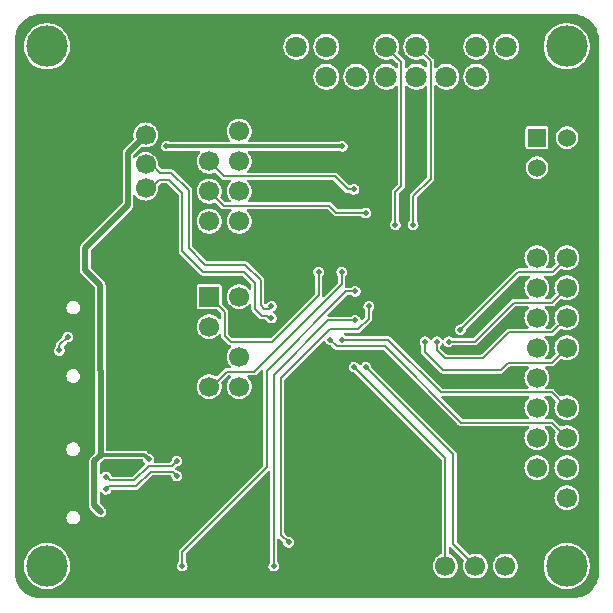
<source format=gbl>
G04 Layer: BottomLayer*
G04 EasyEDA v6.5.9, 2022-07-22 04:57:57*
G04 840753d4bb104133846108dccaf676b4,987c639a94b84ffc8c6145f2c3ae8d38,10*
G04 Gerber Generator version 0.2*
G04 Scale: 100 percent, Rotated: No, Reflected: No *
G04 Dimensions in millimeters *
G04 leading zeros omitted , absolute positions ,4 integer and 5 decimal *
%FSLAX45Y45*%
%MOMM*%

%ADD10C,0.2000*%
%ADD11C,0.5000*%
%ADD12C,0.3000*%
%ADD13C,0.3500*%
%ADD14C,3.1000*%
%ADD15C,1.7000*%
%ADD16C,1.8000*%
%ADD17R,1.7000X1.7000*%
%ADD18R,1.5240X1.5240*%
%ADD19C,1.5240*%
%ADD20C,3.5000*%
%ADD21C,0.5000*%
%ADD22C,1.2000*%
%ADD23C,0.0111*%

%LPD*%
G36*
X250291Y25908D02*
G01*
X230022Y26822D01*
X210667Y29413D01*
X191566Y33680D01*
X172923Y39624D01*
X154889Y47142D01*
X137566Y56184D01*
X121107Y66700D01*
X105613Y78638D01*
X91236Y91897D01*
X78079Y106324D01*
X66192Y121869D01*
X55727Y138328D01*
X46736Y155702D01*
X39319Y173786D01*
X33477Y192430D01*
X29260Y211531D01*
X26771Y230886D01*
X25908Y250748D01*
X25908Y4749241D01*
X26822Y4769967D01*
X29413Y4789322D01*
X33680Y4808423D01*
X39624Y4827016D01*
X47091Y4845100D01*
X56184Y4862423D01*
X66700Y4878882D01*
X78638Y4894326D01*
X91846Y4908753D01*
X106324Y4921910D01*
X121818Y4933797D01*
X138328Y4944262D01*
X155702Y4953254D01*
X173786Y4960670D01*
X192430Y4966512D01*
X211531Y4970729D01*
X230886Y4973218D01*
X250748Y4974082D01*
X4749241Y4974082D01*
X4769967Y4973167D01*
X4789322Y4970576D01*
X4808423Y4966309D01*
X4827016Y4960366D01*
X4845050Y4952847D01*
X4862372Y4943805D01*
X4878832Y4933289D01*
X4894326Y4921351D01*
X4908702Y4908092D01*
X4921910Y4893665D01*
X4933746Y4878120D01*
X4944211Y4861610D01*
X4953203Y4844288D01*
X4960670Y4826203D01*
X4966512Y4807559D01*
X4970729Y4788458D01*
X4973218Y4769053D01*
X4974082Y4749241D01*
X4974082Y250748D01*
X4973116Y230022D01*
X4970526Y210667D01*
X4966258Y191566D01*
X4960366Y172923D01*
X4952847Y154889D01*
X4943805Y137566D01*
X4933238Y121107D01*
X4921351Y105613D01*
X4908092Y91236D01*
X4893665Y78079D01*
X4878120Y66192D01*
X4861610Y55727D01*
X4844288Y46736D01*
X4826203Y39319D01*
X4807559Y33477D01*
X4788458Y29260D01*
X4769053Y26771D01*
X4749241Y25908D01*
G37*

%LPC*%
G36*
X299974Y104495D02*
G01*
X319125Y105460D01*
X338124Y108254D01*
X356717Y112928D01*
X374802Y119380D01*
X392125Y127609D01*
X408584Y137464D01*
X423976Y148894D01*
X438200Y161747D01*
X451104Y175971D01*
X462534Y191414D01*
X472389Y207822D01*
X480568Y225196D01*
X487019Y243230D01*
X491693Y261874D01*
X494538Y280822D01*
X495452Y299974D01*
X494538Y319176D01*
X491693Y338124D01*
X487019Y356768D01*
X480568Y374802D01*
X472389Y392125D01*
X462534Y408584D01*
X451104Y424027D01*
X438200Y438251D01*
X423976Y451104D01*
X408584Y462534D01*
X392125Y472389D01*
X374802Y480618D01*
X356717Y487070D01*
X338124Y491743D01*
X319125Y494538D01*
X299974Y495503D01*
X280822Y494538D01*
X261823Y491743D01*
X243230Y487070D01*
X225145Y480618D01*
X207822Y472389D01*
X191363Y462534D01*
X175971Y451104D01*
X161747Y438251D01*
X148844Y424027D01*
X137414Y408584D01*
X127558Y392125D01*
X119380Y374802D01*
X112928Y356768D01*
X108254Y338124D01*
X105410Y319176D01*
X104495Y299974D01*
X105410Y280822D01*
X108254Y261874D01*
X112928Y243230D01*
X119380Y225196D01*
X127558Y207822D01*
X137414Y191414D01*
X148844Y175971D01*
X161747Y161747D01*
X175971Y148894D01*
X191363Y137464D01*
X207822Y127609D01*
X225145Y119380D01*
X243230Y112928D01*
X261823Y108254D01*
X280822Y105460D01*
G37*
G36*
X4699965Y104495D02*
G01*
X4719116Y105460D01*
X4738116Y108254D01*
X4756708Y112928D01*
X4774793Y119380D01*
X4792116Y127609D01*
X4808575Y137464D01*
X4823968Y148894D01*
X4838192Y161747D01*
X4851095Y175971D01*
X4862525Y191414D01*
X4872380Y207822D01*
X4880559Y225196D01*
X4887061Y243230D01*
X4891684Y261874D01*
X4894529Y280822D01*
X4895443Y299974D01*
X4894529Y319176D01*
X4891684Y338124D01*
X4887061Y356768D01*
X4880559Y374802D01*
X4872380Y392125D01*
X4862525Y408584D01*
X4851095Y424027D01*
X4838192Y438251D01*
X4823968Y451104D01*
X4808575Y462534D01*
X4792116Y472389D01*
X4774793Y480618D01*
X4756708Y487070D01*
X4738116Y491743D01*
X4719116Y494538D01*
X4699965Y495503D01*
X4680813Y494538D01*
X4661814Y491743D01*
X4643221Y487070D01*
X4625187Y480618D01*
X4607814Y472389D01*
X4591354Y462534D01*
X4575962Y451104D01*
X4561738Y438251D01*
X4548886Y424027D01*
X4537456Y408584D01*
X4527550Y392125D01*
X4519371Y374802D01*
X4512919Y356768D01*
X4508246Y338124D01*
X4505452Y319176D01*
X4504486Y299974D01*
X4505452Y280822D01*
X4508246Y261874D01*
X4512919Y243230D01*
X4519371Y225196D01*
X4527550Y207822D01*
X4537456Y191414D01*
X4548886Y175971D01*
X4561738Y161747D01*
X4575962Y148894D01*
X4591354Y137464D01*
X4607814Y127609D01*
X4625187Y119380D01*
X4643221Y112928D01*
X4661814Y108254D01*
X4680813Y105460D01*
G37*
G36*
X4180992Y194513D02*
G01*
X4194759Y195427D01*
X4208272Y198120D01*
X4221327Y202539D01*
X4233722Y208635D01*
X4245203Y216306D01*
X4255566Y225399D01*
X4264660Y235762D01*
X4272330Y247243D01*
X4278426Y259638D01*
X4282846Y272694D01*
X4285538Y286207D01*
X4286453Y299974D01*
X4285538Y313740D01*
X4282846Y327304D01*
X4278426Y340360D01*
X4272330Y352755D01*
X4264660Y364185D01*
X4255566Y374599D01*
X4245203Y383692D01*
X4233722Y391363D01*
X4221327Y397459D01*
X4208272Y401878D01*
X4194759Y404571D01*
X4180992Y405485D01*
X4167225Y404571D01*
X4153662Y401878D01*
X4140606Y397459D01*
X4128262Y391363D01*
X4116781Y383692D01*
X4106418Y374599D01*
X4097324Y364185D01*
X4089654Y352755D01*
X4083558Y340360D01*
X4079087Y327304D01*
X4076395Y313740D01*
X4075531Y299974D01*
X4076395Y286207D01*
X4079087Y272694D01*
X4083558Y259638D01*
X4089654Y247243D01*
X4097324Y235762D01*
X4106418Y225399D01*
X4116781Y216306D01*
X4128262Y208635D01*
X4140606Y202539D01*
X4153662Y198120D01*
X4167225Y195427D01*
G37*
G36*
X3672992Y194513D02*
G01*
X3686759Y195427D01*
X3700272Y198120D01*
X3713327Y202539D01*
X3725722Y208635D01*
X3737203Y216306D01*
X3747566Y225399D01*
X3756660Y235762D01*
X3764330Y247243D01*
X3770426Y259638D01*
X3774846Y272694D01*
X3777538Y286207D01*
X3778453Y299974D01*
X3777538Y313740D01*
X3774846Y327304D01*
X3770426Y340360D01*
X3764330Y352755D01*
X3756660Y364185D01*
X3747566Y374599D01*
X3737203Y383692D01*
X3725722Y391363D01*
X3713327Y397459D01*
X3710381Y398475D01*
X3706774Y400558D01*
X3704336Y403961D01*
X3703472Y408076D01*
X3703472Y455930D01*
X3704234Y459790D01*
X3706469Y463092D01*
X3709771Y465328D01*
X3713632Y466090D01*
X3717544Y465328D01*
X3720846Y463092D01*
X3828999Y354787D01*
X3831285Y351282D01*
X3831945Y347167D01*
X3830929Y343154D01*
X3829558Y340360D01*
X3825087Y327304D01*
X3822395Y313740D01*
X3821531Y299974D01*
X3822395Y286207D01*
X3825087Y272694D01*
X3829558Y259638D01*
X3835654Y247243D01*
X3843324Y235762D01*
X3852418Y225399D01*
X3862781Y216306D01*
X3874262Y208635D01*
X3886606Y202539D01*
X3899662Y198120D01*
X3913225Y195427D01*
X3926992Y194513D01*
X3940759Y195427D01*
X3954272Y198120D01*
X3967327Y202539D01*
X3979722Y208635D01*
X3991203Y216306D01*
X4001566Y225399D01*
X4010660Y235762D01*
X4018330Y247243D01*
X4024426Y259638D01*
X4028846Y272694D01*
X4031538Y286207D01*
X4032453Y299974D01*
X4031538Y313740D01*
X4028846Y327304D01*
X4024426Y340360D01*
X4018330Y352755D01*
X4010660Y364185D01*
X4001566Y374599D01*
X3991203Y383692D01*
X3979722Y391363D01*
X3967327Y397459D01*
X3954272Y401878D01*
X3940759Y404571D01*
X3926992Y405485D01*
X3913225Y404571D01*
X3899662Y401878D01*
X3886606Y397459D01*
X3883761Y396036D01*
X3879697Y395020D01*
X3875582Y395681D01*
X3872077Y397967D01*
X3773474Y496722D01*
X3771290Y500024D01*
X3770477Y503885D01*
X3770477Y1244600D01*
X3770122Y1249629D01*
X3768394Y1255928D01*
X3765550Y1261567D01*
X3761181Y1266952D01*
X3048355Y1979777D01*
X3046374Y1982622D01*
X3045460Y1985975D01*
X3044748Y1993493D01*
X3042310Y2001824D01*
X3038348Y2009495D01*
X3033014Y2016252D01*
X3026460Y2021941D01*
X3018993Y2026259D01*
X3010814Y2029104D01*
X3002280Y2030323D01*
X2993644Y2029917D01*
X2985211Y2027885D01*
X2977388Y2024278D01*
X2970326Y2019249D01*
X2964383Y2013000D01*
X2957372Y2001824D01*
X2954223Y1999589D01*
X2950464Y1998725D01*
X2946654Y1999234D01*
X2943352Y2001164D01*
X2940964Y2004212D01*
X2938221Y2009546D01*
X2932887Y2016353D01*
X2926334Y2021992D01*
X2918866Y2026310D01*
X2910687Y2029155D01*
X2902153Y2030374D01*
X2893517Y2029968D01*
X2885084Y2027936D01*
X2877261Y2024329D01*
X2870200Y2019350D01*
X2864256Y2013102D01*
X2859582Y2005787D01*
X2856382Y1997811D01*
X2854706Y1989328D01*
X2854706Y1980641D01*
X2856382Y1972157D01*
X2859582Y1964182D01*
X2864256Y1956866D01*
X2870200Y1950618D01*
X2877261Y1945639D01*
X2885084Y1942033D01*
X2893517Y1940001D01*
X2898343Y1939747D01*
X2901950Y1938883D01*
X2905048Y1936800D01*
X3639515Y1202334D01*
X3641699Y1199032D01*
X3642512Y1195120D01*
X3642512Y408076D01*
X3641648Y403961D01*
X3639210Y400558D01*
X3635603Y398475D01*
X3632606Y397459D01*
X3620262Y391363D01*
X3608781Y383692D01*
X3598418Y374599D01*
X3589324Y364185D01*
X3581654Y352755D01*
X3575558Y340360D01*
X3571087Y327304D01*
X3568395Y313740D01*
X3567531Y299974D01*
X3568395Y286207D01*
X3571087Y272694D01*
X3575558Y259638D01*
X3581654Y247243D01*
X3589324Y235762D01*
X3598418Y225399D01*
X3608781Y216306D01*
X3620262Y208635D01*
X3632606Y202539D01*
X3645662Y198120D01*
X3659225Y195427D01*
G37*
G36*
X2222246Y254457D02*
G01*
X2230780Y255676D01*
X2238959Y258521D01*
X2246426Y262839D01*
X2252980Y268528D01*
X2258314Y275285D01*
X2262276Y282956D01*
X2264714Y291287D01*
X2265527Y299872D01*
X2264714Y308457D01*
X2262276Y316788D01*
X2258314Y324459D01*
X2252726Y331520D01*
X2251100Y334467D01*
X2250541Y337820D01*
X2250541Y526846D01*
X2251354Y530707D01*
X2253538Y534009D01*
X2256840Y536244D01*
X2260701Y537006D01*
X2264613Y536244D01*
X2267915Y534009D01*
X2296820Y505104D01*
X2299004Y501802D01*
X2299766Y497941D01*
X2299766Y495706D01*
X2301443Y487222D01*
X2304643Y479196D01*
X2309317Y471932D01*
X2315260Y465683D01*
X2322322Y460654D01*
X2330145Y457047D01*
X2338578Y455015D01*
X2347214Y454609D01*
X2355748Y455828D01*
X2363927Y458673D01*
X2371394Y462991D01*
X2377948Y468680D01*
X2383282Y475437D01*
X2387244Y483108D01*
X2389682Y491439D01*
X2390495Y500024D01*
X2389682Y508609D01*
X2387244Y516940D01*
X2383282Y524611D01*
X2377948Y531368D01*
X2371394Y537057D01*
X2363927Y541375D01*
X2355748Y544220D01*
X2343150Y546150D01*
X2339797Y548386D01*
X2313482Y574700D01*
X2311298Y578002D01*
X2310485Y581914D01*
X2310485Y1873046D01*
X2311298Y1876958D01*
X2313482Y1880260D01*
X2639415Y2206193D01*
X2642717Y2208428D01*
X2646629Y2209190D01*
X2650540Y2208377D01*
X2653842Y2206142D01*
X2656027Y2202789D01*
X2659481Y2194204D01*
X2664155Y2186940D01*
X2670098Y2180691D01*
X2677160Y2175662D01*
X2684983Y2172055D01*
X2693416Y2170023D01*
X2698242Y2169820D01*
X2701848Y2168956D01*
X2704896Y2166823D01*
X2733141Y2138629D01*
X2736951Y2135378D01*
X2742590Y2132126D01*
X2748635Y2130145D01*
X2755493Y2129434D01*
X3143046Y2129434D01*
X3146907Y2128621D01*
X3150209Y2126437D01*
X3783177Y1493723D01*
X3786987Y1490472D01*
X3792626Y1487220D01*
X3798671Y1485239D01*
X3805529Y1484528D01*
X4372559Y1484528D01*
X4376521Y1483715D01*
X4379874Y1481378D01*
X4382058Y1477924D01*
X4382719Y1473911D01*
X4381703Y1469948D01*
X4379264Y1466697D01*
X4373422Y1461566D01*
X4364329Y1451203D01*
X4356658Y1439722D01*
X4350562Y1427378D01*
X4346092Y1414322D01*
X4343400Y1400759D01*
X4342485Y1386992D01*
X4343400Y1373225D01*
X4346092Y1359712D01*
X4350562Y1346657D01*
X4356658Y1334262D01*
X4364329Y1322781D01*
X4373422Y1312418D01*
X4383786Y1303324D01*
X4395266Y1295654D01*
X4407611Y1289558D01*
X4420666Y1285138D01*
X4434230Y1282446D01*
X4447997Y1281531D01*
X4461764Y1282446D01*
X4475276Y1285138D01*
X4488332Y1289558D01*
X4500727Y1295654D01*
X4512208Y1303324D01*
X4522571Y1312418D01*
X4531664Y1322781D01*
X4539335Y1334262D01*
X4545431Y1346657D01*
X4549851Y1359712D01*
X4552543Y1373225D01*
X4553458Y1386992D01*
X4552543Y1400759D01*
X4549851Y1414322D01*
X4545431Y1427378D01*
X4539335Y1439722D01*
X4531664Y1451203D01*
X4522571Y1461566D01*
X4516729Y1466697D01*
X4514240Y1469948D01*
X4513275Y1473911D01*
X4513884Y1477924D01*
X4516069Y1481378D01*
X4519422Y1483715D01*
X4523435Y1484528D01*
X4557014Y1484528D01*
X4560925Y1483715D01*
X4564227Y1481531D01*
X4603953Y1441805D01*
X4606239Y1438300D01*
X4606950Y1434185D01*
X4605883Y1430121D01*
X4604562Y1427378D01*
X4600092Y1414322D01*
X4597400Y1400759D01*
X4596485Y1386992D01*
X4597400Y1373225D01*
X4600092Y1359712D01*
X4604562Y1346657D01*
X4610658Y1334262D01*
X4618329Y1322781D01*
X4627422Y1312418D01*
X4637786Y1303324D01*
X4649266Y1295654D01*
X4661611Y1289558D01*
X4674666Y1285138D01*
X4688230Y1282446D01*
X4701997Y1281531D01*
X4715764Y1282446D01*
X4729276Y1285138D01*
X4742332Y1289558D01*
X4754727Y1295654D01*
X4766208Y1303324D01*
X4776571Y1312418D01*
X4785664Y1322781D01*
X4793335Y1334262D01*
X4799431Y1346657D01*
X4803851Y1359712D01*
X4806543Y1373225D01*
X4807458Y1386992D01*
X4806543Y1400759D01*
X4803851Y1414322D01*
X4799431Y1427378D01*
X4793335Y1439722D01*
X4785664Y1451203D01*
X4776571Y1461566D01*
X4766208Y1470660D01*
X4754727Y1478330D01*
X4742332Y1484426D01*
X4729276Y1488897D01*
X4715764Y1491589D01*
X4701997Y1492453D01*
X4688230Y1491589D01*
X4674666Y1488897D01*
X4661611Y1484426D01*
X4658766Y1483004D01*
X4654702Y1481988D01*
X4650587Y1482648D01*
X4647082Y1484934D01*
X4595723Y1536293D01*
X4591913Y1539544D01*
X4586274Y1542796D01*
X4580229Y1544777D01*
X4573371Y1545488D01*
X4525721Y1545488D01*
X4521708Y1546301D01*
X4518355Y1548638D01*
X4516221Y1552092D01*
X4515561Y1556105D01*
X4516577Y1560068D01*
X4519015Y1563319D01*
X4522571Y1566418D01*
X4531664Y1576781D01*
X4539335Y1588262D01*
X4545431Y1600657D01*
X4549851Y1613712D01*
X4552543Y1627225D01*
X4553458Y1640992D01*
X4552543Y1654759D01*
X4549851Y1668322D01*
X4545431Y1681378D01*
X4539335Y1693722D01*
X4531664Y1705203D01*
X4522571Y1715566D01*
X4515612Y1721713D01*
X4513122Y1724964D01*
X4512157Y1728876D01*
X4512767Y1732889D01*
X4514951Y1736343D01*
X4518304Y1738680D01*
X4522317Y1739493D01*
X4556150Y1739493D01*
X4560011Y1738731D01*
X4563313Y1736496D01*
X4604004Y1695856D01*
X4606290Y1692351D01*
X4606950Y1688236D01*
X4605934Y1684172D01*
X4604562Y1681378D01*
X4600092Y1668322D01*
X4597400Y1654759D01*
X4596485Y1640992D01*
X4597400Y1627225D01*
X4600092Y1613712D01*
X4604562Y1600657D01*
X4610658Y1588262D01*
X4618329Y1576781D01*
X4627422Y1566418D01*
X4637786Y1557324D01*
X4649266Y1549654D01*
X4661611Y1543558D01*
X4674666Y1539138D01*
X4688230Y1536446D01*
X4701997Y1535531D01*
X4715764Y1536446D01*
X4729276Y1539138D01*
X4742332Y1543558D01*
X4754727Y1549654D01*
X4766208Y1557324D01*
X4776571Y1566418D01*
X4785664Y1576781D01*
X4793335Y1588262D01*
X4799431Y1600657D01*
X4803851Y1613712D01*
X4806543Y1627225D01*
X4807458Y1640992D01*
X4806543Y1654759D01*
X4803851Y1668322D01*
X4799431Y1681378D01*
X4793335Y1693722D01*
X4785664Y1705203D01*
X4776571Y1715566D01*
X4766208Y1724660D01*
X4754727Y1732330D01*
X4742332Y1738426D01*
X4729276Y1742897D01*
X4715764Y1745589D01*
X4701997Y1746453D01*
X4688230Y1745589D01*
X4674666Y1742897D01*
X4661611Y1738426D01*
X4658817Y1737055D01*
X4654753Y1736039D01*
X4650638Y1736699D01*
X4647133Y1738985D01*
X4594860Y1791258D01*
X4590999Y1794560D01*
X4585360Y1797812D01*
X4579315Y1799793D01*
X4572457Y1800504D01*
X4526838Y1800504D01*
X4522825Y1801317D01*
X4519523Y1803603D01*
X4517339Y1807057D01*
X4516678Y1811070D01*
X4517694Y1815033D01*
X4520133Y1818284D01*
X4522571Y1820418D01*
X4531664Y1830781D01*
X4539335Y1842262D01*
X4545431Y1854657D01*
X4549851Y1867712D01*
X4552543Y1881225D01*
X4553458Y1894992D01*
X4552543Y1908759D01*
X4549851Y1922322D01*
X4545431Y1935378D01*
X4539335Y1947722D01*
X4531664Y1959203D01*
X4522571Y1969566D01*
X4520133Y1971700D01*
X4517694Y1974951D01*
X4516678Y1978914D01*
X4517339Y1982927D01*
X4519523Y1986381D01*
X4522876Y1988667D01*
X4526838Y1989480D01*
X4572558Y1989480D01*
X4577588Y1989886D01*
X4583887Y1991563D01*
X4589576Y1994458D01*
X4594910Y1998827D01*
X4647133Y2050999D01*
X4650638Y2053285D01*
X4654753Y2053996D01*
X4658817Y2052929D01*
X4661611Y2051557D01*
X4674666Y2047138D01*
X4688230Y2044446D01*
X4701997Y2043531D01*
X4715764Y2044446D01*
X4729276Y2047138D01*
X4742332Y2051557D01*
X4754727Y2057654D01*
X4766208Y2065324D01*
X4776571Y2074418D01*
X4785664Y2084781D01*
X4793335Y2096262D01*
X4799431Y2108657D01*
X4803851Y2121712D01*
X4806543Y2135225D01*
X4807458Y2148992D01*
X4806543Y2162759D01*
X4803851Y2176322D01*
X4799431Y2189378D01*
X4793335Y2201722D01*
X4785664Y2213203D01*
X4776571Y2223566D01*
X4766208Y2232660D01*
X4754727Y2240330D01*
X4742332Y2246426D01*
X4729276Y2250897D01*
X4715764Y2253589D01*
X4701997Y2254453D01*
X4688230Y2253589D01*
X4674666Y2250897D01*
X4661611Y2246426D01*
X4649266Y2240330D01*
X4637786Y2232660D01*
X4627422Y2223566D01*
X4618329Y2213203D01*
X4610658Y2201722D01*
X4604562Y2189378D01*
X4600092Y2176322D01*
X4597400Y2162759D01*
X4596485Y2148992D01*
X4597400Y2135225D01*
X4600092Y2121712D01*
X4604562Y2108657D01*
X4605934Y2105812D01*
X4606950Y2101748D01*
X4606290Y2097633D01*
X4604004Y2094128D01*
X4563313Y2053488D01*
X4560011Y2051253D01*
X4556150Y2050491D01*
X4522266Y2050491D01*
X4518304Y2051304D01*
X4514951Y2053640D01*
X4512767Y2057095D01*
X4512106Y2061108D01*
X4513122Y2065070D01*
X4515561Y2068271D01*
X4522571Y2074418D01*
X4531664Y2084781D01*
X4539335Y2096262D01*
X4545431Y2108657D01*
X4549851Y2121712D01*
X4552543Y2135225D01*
X4553458Y2148992D01*
X4552543Y2162759D01*
X4549851Y2176322D01*
X4545431Y2189378D01*
X4539335Y2201722D01*
X4531664Y2213203D01*
X4522571Y2223566D01*
X4513326Y2231694D01*
X4510836Y2234946D01*
X4509871Y2238908D01*
X4510481Y2242921D01*
X4512665Y2246376D01*
X4516018Y2248662D01*
X4520031Y2249474D01*
X4578604Y2249474D01*
X4583633Y2249881D01*
X4589881Y2251557D01*
X4595571Y2254453D01*
X4600905Y2258822D01*
X4647133Y2304999D01*
X4650638Y2307285D01*
X4654753Y2307996D01*
X4658817Y2306929D01*
X4661611Y2305558D01*
X4674666Y2301138D01*
X4688230Y2298446D01*
X4701997Y2297531D01*
X4715764Y2298446D01*
X4729276Y2301138D01*
X4742332Y2305558D01*
X4754727Y2311654D01*
X4766208Y2319324D01*
X4776571Y2328418D01*
X4785664Y2338781D01*
X4793335Y2350262D01*
X4799431Y2362657D01*
X4803851Y2375712D01*
X4806543Y2389225D01*
X4807458Y2402992D01*
X4806543Y2416759D01*
X4803851Y2430322D01*
X4799431Y2443378D01*
X4793335Y2455722D01*
X4785664Y2467203D01*
X4776571Y2477566D01*
X4766208Y2486660D01*
X4754727Y2494330D01*
X4742332Y2500426D01*
X4729276Y2504897D01*
X4715764Y2507589D01*
X4701997Y2508453D01*
X4688230Y2507589D01*
X4674666Y2504897D01*
X4661611Y2500426D01*
X4649266Y2494330D01*
X4637786Y2486660D01*
X4627422Y2477566D01*
X4618329Y2467203D01*
X4610658Y2455722D01*
X4604562Y2443378D01*
X4600092Y2430322D01*
X4597400Y2416759D01*
X4596485Y2402992D01*
X4597400Y2389225D01*
X4600092Y2375712D01*
X4604562Y2362657D01*
X4605934Y2359812D01*
X4606950Y2355748D01*
X4606290Y2351633D01*
X4604004Y2348128D01*
X4569307Y2313482D01*
X4566005Y2311247D01*
X4562144Y2310485D01*
X4529124Y2310485D01*
X4525111Y2311298D01*
X4521809Y2313635D01*
X4519625Y2317089D01*
X4518964Y2321102D01*
X4519980Y2325065D01*
X4522571Y2328418D01*
X4531664Y2338781D01*
X4539335Y2350262D01*
X4545431Y2362657D01*
X4549851Y2375712D01*
X4552543Y2389225D01*
X4553458Y2402992D01*
X4552543Y2416759D01*
X4549851Y2430322D01*
X4545431Y2443378D01*
X4539335Y2455722D01*
X4531664Y2467203D01*
X4522571Y2477566D01*
X4517847Y2481681D01*
X4515408Y2484932D01*
X4514443Y2488895D01*
X4515053Y2492908D01*
X4517237Y2496362D01*
X4520590Y2498699D01*
X4524552Y2499512D01*
X4574590Y2499512D01*
X4579620Y2499918D01*
X4585919Y2501595D01*
X4591558Y2504490D01*
X4596942Y2508808D01*
X4647133Y2558999D01*
X4650638Y2561285D01*
X4654753Y2561996D01*
X4658817Y2560929D01*
X4661611Y2559558D01*
X4674666Y2555138D01*
X4688230Y2552446D01*
X4701997Y2551531D01*
X4715764Y2552446D01*
X4729276Y2555138D01*
X4742332Y2559558D01*
X4754727Y2565654D01*
X4766208Y2573324D01*
X4776571Y2582418D01*
X4785664Y2592781D01*
X4793335Y2604262D01*
X4799431Y2616657D01*
X4803851Y2629712D01*
X4806543Y2643225D01*
X4807458Y2656992D01*
X4806543Y2670759D01*
X4803851Y2684322D01*
X4799431Y2697378D01*
X4793335Y2709722D01*
X4785664Y2721203D01*
X4776571Y2731566D01*
X4766208Y2740660D01*
X4754727Y2748330D01*
X4742332Y2754426D01*
X4729276Y2758897D01*
X4715764Y2761589D01*
X4701997Y2762453D01*
X4688230Y2761589D01*
X4674666Y2758897D01*
X4661611Y2754426D01*
X4649266Y2748330D01*
X4637786Y2740660D01*
X4627422Y2731566D01*
X4618329Y2721203D01*
X4610658Y2709722D01*
X4604562Y2697378D01*
X4600092Y2684322D01*
X4597400Y2670759D01*
X4596485Y2656992D01*
X4597400Y2643225D01*
X4600092Y2629712D01*
X4604562Y2616657D01*
X4605934Y2613812D01*
X4606950Y2609748D01*
X4606290Y2605633D01*
X4604004Y2602128D01*
X4565345Y2563469D01*
X4562043Y2561285D01*
X4558131Y2560472D01*
X4524552Y2560472D01*
X4520590Y2561336D01*
X4517237Y2563622D01*
X4515053Y2567076D01*
X4514392Y2571089D01*
X4515408Y2575052D01*
X4517847Y2578303D01*
X4522571Y2582418D01*
X4531664Y2592781D01*
X4539335Y2604262D01*
X4545431Y2616657D01*
X4549851Y2629712D01*
X4552543Y2643225D01*
X4553458Y2656992D01*
X4552543Y2670759D01*
X4549851Y2684322D01*
X4545431Y2697378D01*
X4539335Y2709722D01*
X4531664Y2721203D01*
X4522571Y2731566D01*
X4511751Y2740964D01*
X4508754Y2744063D01*
X4507331Y2748127D01*
X4507687Y2752394D01*
X4509770Y2756154D01*
X4513173Y2758694D01*
X4517390Y2759608D01*
X4580585Y2759608D01*
X4585614Y2759964D01*
X4591913Y2761691D01*
X4597552Y2764536D01*
X4602937Y2768904D01*
X4647082Y2813050D01*
X4650587Y2815336D01*
X4654702Y2815996D01*
X4658766Y2814980D01*
X4661611Y2813558D01*
X4674666Y2809138D01*
X4688230Y2806446D01*
X4701997Y2805531D01*
X4715764Y2806446D01*
X4729276Y2809138D01*
X4742332Y2813558D01*
X4754727Y2819654D01*
X4766208Y2827324D01*
X4776571Y2836418D01*
X4785664Y2846781D01*
X4793335Y2858262D01*
X4799431Y2870657D01*
X4803851Y2883712D01*
X4806543Y2897225D01*
X4807458Y2910992D01*
X4806543Y2924759D01*
X4803851Y2938322D01*
X4799431Y2951378D01*
X4793335Y2963722D01*
X4785664Y2975203D01*
X4776571Y2985566D01*
X4766208Y2994660D01*
X4754727Y3002330D01*
X4742332Y3008426D01*
X4729276Y3012897D01*
X4715764Y3015589D01*
X4701997Y3016453D01*
X4688230Y3015589D01*
X4674666Y3012897D01*
X4661611Y3008426D01*
X4649266Y3002330D01*
X4637786Y2994660D01*
X4627422Y2985566D01*
X4618329Y2975203D01*
X4610658Y2963722D01*
X4604562Y2951378D01*
X4600092Y2938322D01*
X4597400Y2924759D01*
X4596485Y2910992D01*
X4597400Y2897225D01*
X4600092Y2883712D01*
X4604562Y2870657D01*
X4605883Y2867863D01*
X4606950Y2863850D01*
X4606239Y2859684D01*
X4603953Y2856179D01*
X4571339Y2823565D01*
X4568037Y2821381D01*
X4564126Y2820568D01*
X4531106Y2820568D01*
X4527346Y2821330D01*
X4524095Y2823413D01*
X4521860Y2826562D01*
X4520946Y2830322D01*
X4521504Y2834132D01*
X4523486Y2837434D01*
X4531664Y2846781D01*
X4539335Y2858262D01*
X4545431Y2870657D01*
X4549851Y2883712D01*
X4552543Y2897225D01*
X4553458Y2910992D01*
X4552543Y2924759D01*
X4549851Y2938322D01*
X4545431Y2951378D01*
X4539335Y2963722D01*
X4531664Y2975203D01*
X4522571Y2985566D01*
X4512208Y2994660D01*
X4500727Y3002330D01*
X4488332Y3008426D01*
X4475276Y3012897D01*
X4461764Y3015589D01*
X4447997Y3016453D01*
X4434230Y3015589D01*
X4420666Y3012897D01*
X4407611Y3008426D01*
X4395266Y3002330D01*
X4383786Y2994660D01*
X4373422Y2985566D01*
X4364329Y2975203D01*
X4356658Y2963722D01*
X4350562Y2951378D01*
X4346092Y2938322D01*
X4343400Y2924759D01*
X4342485Y2910992D01*
X4343400Y2897225D01*
X4346092Y2883712D01*
X4350562Y2870657D01*
X4356658Y2858262D01*
X4364329Y2846781D01*
X4372508Y2837434D01*
X4374438Y2834132D01*
X4374997Y2830322D01*
X4374134Y2826562D01*
X4371898Y2823413D01*
X4368647Y2821330D01*
X4364837Y2820568D01*
X4290314Y2820568D01*
X4285284Y2820212D01*
X4278985Y2818485D01*
X4273346Y2815640D01*
X4267962Y2811272D01*
X3804869Y2348179D01*
X3801770Y2346045D01*
X3798163Y2345182D01*
X3793540Y2344978D01*
X3785108Y2342946D01*
X3777284Y2339340D01*
X3770223Y2334361D01*
X3764279Y2328113D01*
X3759606Y2320798D01*
X3756406Y2312822D01*
X3754729Y2304338D01*
X3754729Y2295652D01*
X3756406Y2287168D01*
X3759606Y2279192D01*
X3764279Y2271877D01*
X3770223Y2265629D01*
X3777284Y2260650D01*
X3785108Y2257044D01*
X3793540Y2255012D01*
X3802176Y2254605D01*
X3810711Y2255824D01*
X3818890Y2258669D01*
X3826357Y2262987D01*
X3832910Y2268626D01*
X3838244Y2275433D01*
X3842207Y2283104D01*
X3844645Y2291384D01*
X3845356Y2299106D01*
X3846271Y2302510D01*
X3848303Y2305354D01*
X4299559Y2756611D01*
X4302861Y2758795D01*
X4306773Y2759608D01*
X4378604Y2759608D01*
X4382770Y2758694D01*
X4386224Y2756154D01*
X4388307Y2752394D01*
X4388662Y2748127D01*
X4387189Y2744063D01*
X4383786Y2740660D01*
X4373422Y2731566D01*
X4364329Y2721203D01*
X4356658Y2709722D01*
X4350562Y2697378D01*
X4346092Y2684322D01*
X4343400Y2670759D01*
X4342485Y2656992D01*
X4343400Y2643225D01*
X4346092Y2629712D01*
X4350562Y2616657D01*
X4356658Y2604262D01*
X4364329Y2592781D01*
X4373422Y2582418D01*
X4378096Y2578303D01*
X4380585Y2575052D01*
X4381550Y2571089D01*
X4380890Y2567076D01*
X4378756Y2563622D01*
X4375404Y2561336D01*
X4371390Y2560472D01*
X4250385Y2560472D01*
X4245356Y2560116D01*
X4239056Y2558440D01*
X4233418Y2555544D01*
X4228033Y2551176D01*
X3910329Y2233472D01*
X3907028Y2231288D01*
X3903116Y2230475D01*
X3737660Y2230475D01*
X3734104Y2231136D01*
X3731006Y2232964D01*
X3726332Y2237028D01*
X3718864Y2241346D01*
X3710686Y2244191D01*
X3702151Y2245410D01*
X3693515Y2245004D01*
X3685133Y2242972D01*
X3677259Y2239365D01*
X3670249Y2234336D01*
X3664254Y2228088D01*
X3657295Y2217013D01*
X3654145Y2214778D01*
X3650437Y2213864D01*
X3646627Y2214422D01*
X3643274Y2216353D01*
X3640886Y2219401D01*
X3638245Y2224582D01*
X3632911Y2231339D01*
X3626358Y2237028D01*
X3618890Y2241346D01*
X3610711Y2244191D01*
X3602177Y2245410D01*
X3593541Y2245004D01*
X3585108Y2242972D01*
X3577285Y2239365D01*
X3570224Y2234336D01*
X3564280Y2228088D01*
X3557270Y2217013D01*
X3554171Y2214778D01*
X3550412Y2213864D01*
X3546601Y2214422D01*
X3543300Y2216353D01*
X3540912Y2219401D01*
X3538220Y2224582D01*
X3532886Y2231339D01*
X3526383Y2237028D01*
X3518865Y2241346D01*
X3510686Y2244191D01*
X3502151Y2245410D01*
X3493515Y2245004D01*
X3485134Y2242972D01*
X3477260Y2239365D01*
X3470249Y2234336D01*
X3464255Y2228088D01*
X3459581Y2220823D01*
X3456381Y2212797D01*
X3454755Y2204313D01*
X3454755Y2195677D01*
X3456381Y2187194D01*
X3459581Y2179167D01*
X3464255Y2171903D01*
X3466693Y2169363D01*
X3468776Y2166112D01*
X3469487Y2162352D01*
X3469487Y2110384D01*
X3469894Y2105355D01*
X3471570Y2099056D01*
X3474465Y2093417D01*
X3478784Y2088032D01*
X3628136Y1938731D01*
X3631996Y1935429D01*
X3637584Y1932178D01*
X3643680Y1930196D01*
X3650538Y1929485D01*
X4139590Y1929485D01*
X4144619Y1929892D01*
X4150918Y1931568D01*
X4156557Y1934464D01*
X4161942Y1938832D01*
X4209643Y1986534D01*
X4212945Y1988718D01*
X4216806Y1989480D01*
X4369104Y1989480D01*
X4373118Y1988667D01*
X4376470Y1986381D01*
X4378604Y1982927D01*
X4379264Y1978914D01*
X4378299Y1974951D01*
X4375810Y1971700D01*
X4373422Y1969566D01*
X4364329Y1959203D01*
X4356658Y1947722D01*
X4350562Y1935378D01*
X4346092Y1922322D01*
X4343400Y1908759D01*
X4342485Y1894992D01*
X4343400Y1881225D01*
X4346092Y1867712D01*
X4350562Y1854657D01*
X4356658Y1842262D01*
X4364329Y1830781D01*
X4373422Y1820418D01*
X4375810Y1818284D01*
X4378299Y1815033D01*
X4379264Y1811070D01*
X4378655Y1807057D01*
X4376470Y1803603D01*
X4373118Y1801317D01*
X4369104Y1800504D01*
X3651808Y1800504D01*
X3647948Y1801266D01*
X3644646Y1803450D01*
X3211830Y2236266D01*
X3207969Y2239568D01*
X3202381Y2242820D01*
X3196285Y2244750D01*
X3189427Y2245512D01*
X2837637Y2245512D01*
X2834081Y2246122D01*
X2830982Y2247950D01*
X2826359Y2252014D01*
X2820314Y2255469D01*
X2817063Y2258466D01*
X2815386Y2262530D01*
X2815539Y2266899D01*
X2817571Y2270810D01*
X2821076Y2273503D01*
X2825394Y2274468D01*
X2934665Y2274468D01*
X2939745Y2274874D01*
X2946044Y2276551D01*
X2951683Y2279446D01*
X2957068Y2283815D01*
X3046323Y2373325D01*
X3049524Y2377084D01*
X3052775Y2382723D01*
X3054756Y2388768D01*
X3055467Y2395626D01*
X3055467Y2462072D01*
X3056026Y2465374D01*
X3057652Y2468321D01*
X3063240Y2475433D01*
X3067202Y2483104D01*
X3069640Y2491384D01*
X3070453Y2499969D01*
X3069640Y2508605D01*
X3067202Y2516886D01*
X3063240Y2524556D01*
X3057906Y2531364D01*
X3051352Y2537002D01*
X3043885Y2541320D01*
X3035706Y2544165D01*
X3027172Y2545384D01*
X3018536Y2544978D01*
X3010103Y2542946D01*
X3002280Y2539339D01*
X2995218Y2534361D01*
X2989275Y2528112D01*
X2984601Y2520797D01*
X2981401Y2512822D01*
X2979724Y2504338D01*
X2979724Y2495651D01*
X2981401Y2487168D01*
X2984601Y2479192D01*
X2989275Y2471877D01*
X2991662Y2469337D01*
X2993745Y2466136D01*
X2994507Y2462326D01*
X2994507Y2411933D01*
X2993694Y2408021D01*
X2991510Y2404770D01*
X2971444Y2384602D01*
X2967939Y2382316D01*
X2963824Y2381656D01*
X2959760Y2382672D01*
X2956458Y2385263D01*
X2954528Y2388920D01*
X2952191Y2396896D01*
X2948228Y2404567D01*
X2942894Y2411323D01*
X2936341Y2417013D01*
X2928874Y2421331D01*
X2920695Y2424176D01*
X2912160Y2425395D01*
X2903524Y2424988D01*
X2895092Y2422956D01*
X2887268Y2419350D01*
X2876092Y2411171D01*
X2872079Y2410358D01*
X2682951Y2410358D01*
X2679090Y2411171D01*
X2675788Y2413355D01*
X2673553Y2416657D01*
X2672791Y2420518D01*
X2673553Y2424430D01*
X2675788Y2427732D01*
X2839567Y2591511D01*
X2842869Y2593695D01*
X2846781Y2594508D01*
X2872181Y2594508D01*
X2876194Y2593644D01*
X2887268Y2585618D01*
X2895092Y2582011D01*
X2903524Y2579979D01*
X2912160Y2579573D01*
X2920695Y2580792D01*
X2928874Y2583637D01*
X2936341Y2587955D01*
X2942894Y2593644D01*
X2948228Y2600401D01*
X2952191Y2608072D01*
X2954629Y2616403D01*
X2955442Y2624988D01*
X2954629Y2633573D01*
X2952191Y2641904D01*
X2948228Y2649575D01*
X2942894Y2656332D01*
X2936341Y2662021D01*
X2928874Y2666339D01*
X2920695Y2669184D01*
X2912160Y2670403D01*
X2903524Y2669997D01*
X2895092Y2667965D01*
X2887268Y2664358D01*
X2876194Y2656281D01*
X2872181Y2655468D01*
X2830677Y2655468D01*
X2826562Y2656382D01*
X2823108Y2658872D01*
X2821025Y2662529D01*
X2820568Y2666695D01*
X2821889Y2670708D01*
X2822905Y2672537D01*
X2824886Y2678582D01*
X2825597Y2685440D01*
X2825597Y2752191D01*
X2826156Y2755544D01*
X2827782Y2758490D01*
X2833217Y2765399D01*
X2837180Y2773070D01*
X2839618Y2781401D01*
X2840431Y2789986D01*
X2839618Y2798572D01*
X2837180Y2806903D01*
X2833217Y2814574D01*
X2827883Y2821330D01*
X2821381Y2827020D01*
X2813862Y2831338D01*
X2805684Y2834182D01*
X2797149Y2835402D01*
X2788513Y2834995D01*
X2780131Y2832963D01*
X2772257Y2829356D01*
X2765247Y2824327D01*
X2759252Y2818079D01*
X2754579Y2810814D01*
X2751378Y2802788D01*
X2749753Y2794304D01*
X2749753Y2785668D01*
X2751378Y2777185D01*
X2754579Y2769158D01*
X2759252Y2761894D01*
X2761792Y2759202D01*
X2763875Y2756001D01*
X2764637Y2752191D01*
X2764637Y2701798D01*
X2763824Y2697886D01*
X2761640Y2694584D01*
X2646984Y2579979D01*
X2643530Y2577693D01*
X2639466Y2577033D01*
X2635453Y2577998D01*
X2632151Y2580487D01*
X2630119Y2584094D01*
X2629712Y2588209D01*
X2630474Y2595524D01*
X2630474Y2752039D01*
X2631033Y2755392D01*
X2632659Y2758338D01*
X2638196Y2765399D01*
X2642158Y2773070D01*
X2644597Y2781401D01*
X2645410Y2789986D01*
X2644597Y2798572D01*
X2642158Y2806903D01*
X2638196Y2814574D01*
X2632862Y2821330D01*
X2626309Y2827020D01*
X2618841Y2831338D01*
X2610662Y2834182D01*
X2602128Y2835402D01*
X2593492Y2834995D01*
X2585110Y2832963D01*
X2577236Y2829356D01*
X2570226Y2824327D01*
X2564231Y2818079D01*
X2559558Y2810814D01*
X2556357Y2802788D01*
X2554732Y2794304D01*
X2554732Y2785668D01*
X2556357Y2777185D01*
X2559558Y2769158D01*
X2564231Y2761894D01*
X2566670Y2759354D01*
X2568752Y2756103D01*
X2569464Y2752344D01*
X2569464Y2611831D01*
X2568702Y2607919D01*
X2566517Y2604617D01*
X2195322Y2233472D01*
X2192020Y2231237D01*
X2188159Y2230475D01*
X1871827Y2230475D01*
X1867916Y2231237D01*
X1864664Y2233472D01*
X1838452Y2259634D01*
X1836267Y2262936D01*
X1835505Y2266848D01*
X1835505Y2448610D01*
X1835099Y2453640D01*
X1833422Y2459888D01*
X1830527Y2465578D01*
X1826158Y2470962D01*
X1781454Y2515666D01*
X1779270Y2518968D01*
X1778457Y2522829D01*
X1778457Y2665425D01*
X1777898Y2670556D01*
X1776374Y2674874D01*
X1773936Y2678734D01*
X1770735Y2681986D01*
X1766874Y2684424D01*
X1762506Y2685897D01*
X1757425Y2686507D01*
X1588566Y2686507D01*
X1583436Y2685897D01*
X1579118Y2684424D01*
X1575257Y2681986D01*
X1572006Y2678734D01*
X1569567Y2674874D01*
X1568043Y2670556D01*
X1567484Y2665425D01*
X1567484Y2496566D01*
X1568043Y2491435D01*
X1569567Y2487117D01*
X1572006Y2483256D01*
X1575257Y2480005D01*
X1579118Y2477566D01*
X1583436Y2476093D01*
X1588566Y2475484D01*
X1731162Y2475484D01*
X1735023Y2474722D01*
X1738325Y2472537D01*
X1771497Y2439365D01*
X1773732Y2436063D01*
X1774494Y2432151D01*
X1774494Y2397861D01*
X1773682Y2393899D01*
X1771345Y2390546D01*
X1767890Y2388362D01*
X1763877Y2387701D01*
X1759915Y2388717D01*
X1756714Y2391156D01*
X1747570Y2401570D01*
X1737207Y2410663D01*
X1725726Y2418334D01*
X1713331Y2424430D01*
X1700275Y2428900D01*
X1686763Y2431592D01*
X1672996Y2432456D01*
X1659229Y2431592D01*
X1645666Y2428900D01*
X1632610Y2424430D01*
X1620266Y2418334D01*
X1608785Y2410663D01*
X1598422Y2401570D01*
X1589328Y2391206D01*
X1581658Y2379726D01*
X1575562Y2367381D01*
X1571091Y2354275D01*
X1568399Y2340762D01*
X1567484Y2326995D01*
X1568399Y2313228D01*
X1571091Y2299716D01*
X1575562Y2286609D01*
X1581658Y2274265D01*
X1589328Y2262784D01*
X1598422Y2252421D01*
X1608785Y2243328D01*
X1620266Y2235657D01*
X1632610Y2229561D01*
X1645666Y2225090D01*
X1659229Y2222449D01*
X1672996Y2221534D01*
X1686763Y2222449D01*
X1700275Y2225090D01*
X1713331Y2229561D01*
X1725726Y2235657D01*
X1737207Y2243328D01*
X1747570Y2252421D01*
X1756714Y2262835D01*
X1759915Y2265273D01*
X1763877Y2266289D01*
X1767890Y2265629D01*
X1771345Y2263444D01*
X1773682Y2260092D01*
X1774494Y2256129D01*
X1774494Y2250389D01*
X1774901Y2245360D01*
X1776577Y2239060D01*
X1779473Y2233422D01*
X1783791Y2228037D01*
X1833118Y2178710D01*
X1836978Y2175408D01*
X1842617Y2172157D01*
X1848662Y2170226D01*
X1851964Y2169871D01*
X1855673Y2168702D01*
X1858670Y2166264D01*
X1860550Y2162860D01*
X1861007Y2158949D01*
X1859991Y2155190D01*
X1857603Y2152142D01*
X1852422Y2147570D01*
X1843328Y2137206D01*
X1835657Y2125726D01*
X1829562Y2113381D01*
X1825091Y2100275D01*
X1822399Y2086762D01*
X1821484Y2072995D01*
X1822399Y2059228D01*
X1825091Y2045716D01*
X1829562Y2032609D01*
X1835657Y2020265D01*
X1843328Y2008784D01*
X1852422Y1998421D01*
X1858213Y1993341D01*
X1860651Y1990089D01*
X1861667Y1986127D01*
X1861007Y1982114D01*
X1858822Y1978660D01*
X1855470Y1976323D01*
X1851507Y1975510D01*
X1820418Y1975510D01*
X1815388Y1975154D01*
X1809089Y1973427D01*
X1803450Y1970582D01*
X1798066Y1966214D01*
X1741474Y1909622D01*
X1738630Y1907641D01*
X1735328Y1906727D01*
X1731822Y1906981D01*
X1728673Y1908352D01*
X1725726Y1910334D01*
X1713331Y1916430D01*
X1700275Y1920900D01*
X1686763Y1923592D01*
X1672996Y1924456D01*
X1659229Y1923592D01*
X1645666Y1920900D01*
X1632610Y1916430D01*
X1620266Y1910334D01*
X1608785Y1902663D01*
X1598422Y1893570D01*
X1589328Y1883206D01*
X1581658Y1871725D01*
X1575562Y1859381D01*
X1571091Y1846275D01*
X1568399Y1832762D01*
X1567484Y1818995D01*
X1568399Y1805228D01*
X1571091Y1791716D01*
X1575562Y1778609D01*
X1581658Y1766265D01*
X1589328Y1754784D01*
X1598422Y1744421D01*
X1608785Y1735328D01*
X1620266Y1727657D01*
X1632610Y1721561D01*
X1645666Y1717090D01*
X1659229Y1714449D01*
X1672996Y1713534D01*
X1686763Y1714449D01*
X1700275Y1717090D01*
X1713331Y1721561D01*
X1725726Y1727657D01*
X1737207Y1735328D01*
X1747570Y1744421D01*
X1756664Y1754784D01*
X1764334Y1766265D01*
X1770430Y1778609D01*
X1774850Y1791716D01*
X1777542Y1805228D01*
X1778457Y1818995D01*
X1777542Y1832762D01*
X1774850Y1846275D01*
X1774240Y1848104D01*
X1773732Y1851812D01*
X1774545Y1855470D01*
X1776679Y1858568D01*
X1829663Y1911553D01*
X1832965Y1913737D01*
X1836877Y1914550D01*
X1849272Y1914550D01*
X1853285Y1913737D01*
X1856638Y1911400D01*
X1858822Y1907946D01*
X1859432Y1903933D01*
X1858467Y1899970D01*
X1855978Y1896719D01*
X1852422Y1893570D01*
X1843328Y1883206D01*
X1835657Y1871725D01*
X1829562Y1859381D01*
X1825091Y1846275D01*
X1822399Y1832762D01*
X1821484Y1818995D01*
X1822399Y1805228D01*
X1825091Y1791716D01*
X1829562Y1778609D01*
X1835657Y1766265D01*
X1843328Y1754784D01*
X1852422Y1744421D01*
X1862785Y1735328D01*
X1874266Y1727657D01*
X1886610Y1721561D01*
X1899666Y1717090D01*
X1913229Y1714449D01*
X1926996Y1713534D01*
X1940763Y1714449D01*
X1954275Y1717090D01*
X1967331Y1721561D01*
X1979726Y1727657D01*
X1991207Y1735328D01*
X2001570Y1744421D01*
X2010664Y1754784D01*
X2018334Y1766265D01*
X2024430Y1778609D01*
X2028850Y1791716D01*
X2031542Y1805228D01*
X2032457Y1818995D01*
X2031542Y1832762D01*
X2028850Y1846275D01*
X2024430Y1859381D01*
X2018334Y1871725D01*
X2010664Y1883206D01*
X2001570Y1893570D01*
X1997964Y1896719D01*
X1995525Y1899970D01*
X1994509Y1903933D01*
X1995170Y1907946D01*
X1997354Y1911400D01*
X2000656Y1913737D01*
X2004669Y1914550D01*
X2054555Y1914550D01*
X2059584Y1914906D01*
X2065883Y1916633D01*
X2071522Y1919478D01*
X2076907Y1923846D01*
X2112010Y1958949D01*
X2115312Y1961134D01*
X2119223Y1961946D01*
X2123084Y1961134D01*
X2126386Y1958949D01*
X2128570Y1955647D01*
X2129383Y1951786D01*
X2129383Y1151839D01*
X2128570Y1147978D01*
X2126386Y1144676D01*
X1423822Y441858D01*
X1420571Y438048D01*
X1417320Y432409D01*
X1415338Y426364D01*
X1414627Y419506D01*
X1414627Y337769D01*
X1413865Y334010D01*
X1411782Y330758D01*
X1409242Y328117D01*
X1404569Y320802D01*
X1401368Y312826D01*
X1399743Y304342D01*
X1399743Y295656D01*
X1401368Y287172D01*
X1404569Y279196D01*
X1409242Y271881D01*
X1415237Y265633D01*
X1422247Y260654D01*
X1430121Y257048D01*
X1438503Y255016D01*
X1447139Y254609D01*
X1455674Y255828D01*
X1463852Y258673D01*
X1471371Y262991D01*
X1477873Y268630D01*
X1483207Y275437D01*
X1487170Y283108D01*
X1489608Y291388D01*
X1490421Y299974D01*
X1489608Y308610D01*
X1487170Y316890D01*
X1483207Y324561D01*
X1477772Y331470D01*
X1476146Y334467D01*
X1475587Y337769D01*
X1475587Y403199D01*
X1476400Y407060D01*
X1478584Y410362D01*
X2172208Y1104239D01*
X2175510Y1106424D01*
X2179421Y1107236D01*
X2183282Y1106424D01*
X2186584Y1104239D01*
X2188768Y1100937D01*
X2189581Y1097076D01*
X2189581Y337515D01*
X2188819Y333756D01*
X2186736Y330504D01*
X2184349Y327964D01*
X2179675Y320700D01*
X2176475Y312674D01*
X2174798Y304190D01*
X2174798Y295554D01*
X2176475Y287070D01*
X2179675Y279044D01*
X2184349Y271780D01*
X2190292Y265531D01*
X2197354Y260502D01*
X2205177Y256895D01*
X2213610Y254863D01*
G37*
G36*
X524001Y652119D02*
G01*
X533755Y653338D01*
X543153Y656234D01*
X551942Y660654D01*
X559866Y666496D01*
X566674Y673608D01*
X572160Y681736D01*
X576224Y690676D01*
X578713Y700227D01*
X579526Y709980D01*
X578713Y719785D01*
X576224Y729335D01*
X572160Y738276D01*
X566674Y746404D01*
X559866Y753516D01*
X551942Y759358D01*
X543153Y763778D01*
X533755Y766673D01*
X524001Y767892D01*
X514197Y767486D01*
X504596Y765403D01*
X495452Y761746D01*
X487121Y756615D01*
X479704Y750112D01*
X473557Y742442D01*
X468731Y733856D01*
X465480Y724611D01*
X463804Y714908D01*
X463804Y705104D01*
X465480Y695401D01*
X468731Y686155D01*
X473557Y677570D01*
X479704Y669899D01*
X487121Y663397D01*
X495452Y658266D01*
X504596Y654608D01*
X514197Y652526D01*
G37*
G36*
X757174Y714603D02*
G01*
X765708Y715822D01*
X773887Y718667D01*
X781354Y722985D01*
X787908Y728624D01*
X793343Y735584D01*
X797255Y743204D01*
X799693Y751586D01*
X799998Y753567D01*
X800404Y762304D01*
X799236Y770636D01*
X796544Y778560D01*
X792429Y785876D01*
X786739Y792683D01*
X748385Y830935D01*
X746150Y834237D01*
X745388Y838098D01*
X745388Y916635D01*
X746302Y920902D01*
X748893Y924356D01*
X752652Y926388D01*
X756970Y926693D01*
X761034Y925220D01*
X770229Y915619D01*
X777240Y910640D01*
X785114Y907034D01*
X793496Y905002D01*
X802132Y904595D01*
X810666Y905814D01*
X818845Y908659D01*
X826363Y912977D01*
X832866Y918616D01*
X838200Y925423D01*
X842162Y933094D01*
X843381Y937209D01*
X845464Y941019D01*
X848918Y943610D01*
X853135Y944524D01*
X1054557Y944524D01*
X1059586Y944880D01*
X1065885Y946607D01*
X1071524Y949452D01*
X1076909Y953820D01*
X1189583Y1066495D01*
X1192885Y1068679D01*
X1196797Y1069492D01*
X1344574Y1069492D01*
X1348435Y1068679D01*
X1351737Y1066495D01*
X1353972Y1063193D01*
X1356360Y1050188D01*
X1359560Y1042162D01*
X1364234Y1034897D01*
X1370228Y1028649D01*
X1377238Y1023619D01*
X1385112Y1020013D01*
X1393494Y1017981D01*
X1402130Y1017574D01*
X1410665Y1018794D01*
X1418844Y1021638D01*
X1426362Y1025956D01*
X1432864Y1031646D01*
X1438198Y1038402D01*
X1442161Y1046073D01*
X1444599Y1054404D01*
X1445412Y1062990D01*
X1444599Y1071575D01*
X1442161Y1079906D01*
X1438198Y1087577D01*
X1432864Y1094333D01*
X1426362Y1100023D01*
X1418844Y1104341D01*
X1410665Y1107186D01*
X1398117Y1109116D01*
X1394714Y1111402D01*
X1386789Y1119327D01*
X1384604Y1122629D01*
X1383842Y1126540D01*
X1384655Y1130401D01*
X1386840Y1133703D01*
X1394764Y1141628D01*
X1398117Y1143863D01*
X1410665Y1145794D01*
X1418844Y1148638D01*
X1426362Y1152956D01*
X1432864Y1158646D01*
X1438198Y1165402D01*
X1442161Y1173073D01*
X1444599Y1181404D01*
X1445412Y1189990D01*
X1444599Y1198575D01*
X1442161Y1206906D01*
X1438198Y1214577D01*
X1432864Y1221333D01*
X1426362Y1227023D01*
X1418844Y1231341D01*
X1410665Y1234186D01*
X1402130Y1235405D01*
X1393494Y1234998D01*
X1385112Y1232966D01*
X1377238Y1229360D01*
X1370228Y1224330D01*
X1364234Y1218082D01*
X1359560Y1210818D01*
X1356360Y1202791D01*
X1354734Y1194308D01*
X1354734Y1192072D01*
X1353972Y1188161D01*
X1351737Y1184859D01*
X1345285Y1178407D01*
X1341983Y1176223D01*
X1338072Y1175410D01*
X1212240Y1175410D01*
X1208582Y1176121D01*
X1205382Y1178102D01*
X1203147Y1181100D01*
X1202131Y1184706D01*
X1202486Y1188466D01*
X1204620Y1195679D01*
X1205433Y1204264D01*
X1204620Y1212850D01*
X1202182Y1221181D01*
X1198219Y1228852D01*
X1192885Y1235608D01*
X1186383Y1241298D01*
X1178864Y1245616D01*
X1170686Y1248460D01*
X1165453Y1249730D01*
X1162862Y1251610D01*
X1149756Y1264716D01*
X1143558Y1269695D01*
X1136954Y1273098D01*
X1129690Y1275029D01*
X1123848Y1275486D01*
X810666Y1275486D01*
X806754Y1276248D01*
X803452Y1278483D01*
X801268Y1281785D01*
X800506Y1285646D01*
X800455Y1956765D01*
X799236Y1965502D01*
X797356Y1971548D01*
X796340Y1973884D01*
X795477Y1977948D01*
X795375Y2681833D01*
X794156Y2690520D01*
X791514Y2698445D01*
X787400Y2705811D01*
X781761Y2712618D01*
X673404Y2820924D01*
X671220Y2824226D01*
X670458Y2828137D01*
X670458Y2972003D01*
X671220Y2975914D01*
X673404Y2979216D01*
X1018235Y3324098D01*
X1023518Y3331057D01*
X1027226Y3338576D01*
X1029563Y3346653D01*
X1030376Y3355441D01*
X1030376Y3434384D01*
X1031240Y3438550D01*
X1033830Y3442004D01*
X1037590Y3444087D01*
X1041857Y3444443D01*
X1045870Y3443020D01*
X1048969Y3440023D01*
X1051814Y3435807D01*
X1060907Y3425393D01*
X1071270Y3416300D01*
X1082751Y3408629D01*
X1095095Y3402533D01*
X1108202Y3398113D01*
X1121714Y3395421D01*
X1135481Y3394506D01*
X1149248Y3395421D01*
X1162761Y3398113D01*
X1175816Y3402533D01*
X1188212Y3408629D01*
X1199692Y3416300D01*
X1210056Y3425393D01*
X1219149Y3435807D01*
X1226820Y3447237D01*
X1232916Y3459632D01*
X1237335Y3472687D01*
X1240028Y3486251D01*
X1240942Y3500018D01*
X1240129Y3512210D01*
X1240790Y3516477D01*
X1243126Y3520084D01*
X1259687Y3536645D01*
X1262989Y3538829D01*
X1266901Y3539642D01*
X1313180Y3539642D01*
X1317091Y3538829D01*
X1320393Y3536645D01*
X1411630Y3445408D01*
X1413814Y3442106D01*
X1414627Y3438194D01*
X1414627Y2965500D01*
X1414983Y2960471D01*
X1416659Y2954223D01*
X1419555Y2948533D01*
X1423924Y2943148D01*
X1598015Y2768803D01*
X1601876Y2765501D01*
X1607464Y2762300D01*
X1613509Y2760319D01*
X1620367Y2759608D01*
X1953006Y2759608D01*
X1956917Y2758795D01*
X1960219Y2756611D01*
X2026564Y2690266D01*
X2028748Y2686964D01*
X2029561Y2683052D01*
X2029561Y2650439D01*
X2028647Y2646273D01*
X2026107Y2642819D01*
X2022348Y2640736D01*
X2018080Y2640380D01*
X2014016Y2641803D01*
X2010664Y2645206D01*
X2001570Y2655570D01*
X1991207Y2664663D01*
X1979726Y2672334D01*
X1967331Y2678430D01*
X1954275Y2682900D01*
X1940763Y2685592D01*
X1926996Y2686456D01*
X1913229Y2685592D01*
X1899666Y2682900D01*
X1886610Y2678430D01*
X1874266Y2672334D01*
X1862785Y2664663D01*
X1852422Y2655570D01*
X1843328Y2645206D01*
X1835657Y2633726D01*
X1829562Y2621381D01*
X1825091Y2608275D01*
X1822399Y2594762D01*
X1821484Y2580995D01*
X1822399Y2567228D01*
X1825091Y2553716D01*
X1829562Y2540609D01*
X1835657Y2528265D01*
X1843328Y2516784D01*
X1852422Y2506421D01*
X1862785Y2497328D01*
X1874266Y2489657D01*
X1886610Y2483561D01*
X1899666Y2479090D01*
X1913229Y2476449D01*
X1926996Y2475534D01*
X1940763Y2476449D01*
X1954275Y2479090D01*
X1967331Y2483561D01*
X1979726Y2489657D01*
X1991207Y2497328D01*
X2001570Y2506421D01*
X2010918Y2517190D01*
X2014016Y2520188D01*
X2018080Y2521610D01*
X2022348Y2521254D01*
X2026107Y2519172D01*
X2028647Y2515768D01*
X2029561Y2511552D01*
X2029561Y2480360D01*
X2029917Y2475331D01*
X2031644Y2469032D01*
X2034489Y2463393D01*
X2038857Y2458008D01*
X2098141Y2398725D01*
X2101951Y2395474D01*
X2107590Y2392222D01*
X2113635Y2390241D01*
X2120493Y2389530D01*
X2142998Y2389530D01*
X2146909Y2388717D01*
X2150211Y2386533D01*
X2161895Y2375103D01*
X2164080Y2372106D01*
X2170226Y2365654D01*
X2177288Y2360625D01*
X2185111Y2357018D01*
X2193544Y2354986D01*
X2202180Y2354580D01*
X2210714Y2355799D01*
X2218893Y2358644D01*
X2226360Y2362962D01*
X2232914Y2368651D01*
X2238248Y2375408D01*
X2242210Y2383078D01*
X2244648Y2391410D01*
X2245461Y2399995D01*
X2244648Y2408580D01*
X2242210Y2416911D01*
X2238248Y2424582D01*
X2232914Y2431338D01*
X2226360Y2437028D01*
X2219147Y2441194D01*
X2215997Y2444038D01*
X2214270Y2447899D01*
X2214270Y2452116D01*
X2215997Y2455976D01*
X2219147Y2458770D01*
X2226360Y2462987D01*
X2232914Y2468626D01*
X2238248Y2475433D01*
X2242210Y2483104D01*
X2244648Y2491384D01*
X2245461Y2499969D01*
X2244648Y2508605D01*
X2242210Y2516886D01*
X2238248Y2524556D01*
X2232914Y2531364D01*
X2226360Y2537002D01*
X2218893Y2541320D01*
X2210714Y2544165D01*
X2202180Y2545384D01*
X2193544Y2544978D01*
X2185111Y2542946D01*
X2177288Y2539339D01*
X2170226Y2534361D01*
X2164283Y2528112D01*
X2159660Y2520899D01*
X2156460Y2517749D01*
X2152192Y2516276D01*
X2147722Y2516835D01*
X2143556Y2519578D01*
X2141372Y2522880D01*
X2140559Y2526792D01*
X2140559Y2719578D01*
X2140204Y2724607D01*
X2138476Y2730906D01*
X2135632Y2736545D01*
X2131263Y2741930D01*
X2001875Y2871317D01*
X1998065Y2874568D01*
X1992426Y2877820D01*
X1986381Y2879801D01*
X1979523Y2880512D01*
X1656791Y2880512D01*
X1652879Y2881325D01*
X1649577Y2883509D01*
X1533448Y2999638D01*
X1531264Y3002940D01*
X1530451Y3006852D01*
X1530451Y3479546D01*
X1530096Y3484575D01*
X1528368Y3490874D01*
X1525524Y3496513D01*
X1521155Y3501898D01*
X1371701Y3651351D01*
X1367891Y3654602D01*
X1362252Y3657854D01*
X1356207Y3659835D01*
X1349349Y3660546D01*
X1276807Y3660546D01*
X1272895Y3661359D01*
X1269593Y3663543D01*
X1243736Y3689400D01*
X1241399Y3693007D01*
X1240790Y3697274D01*
X1240942Y3700018D01*
X1240028Y3713784D01*
X1237335Y3727297D01*
X1232916Y3740353D01*
X1226820Y3752748D01*
X1219149Y3764229D01*
X1210056Y3774592D01*
X1199692Y3783685D01*
X1188212Y3791356D01*
X1175816Y3797452D01*
X1162761Y3801872D01*
X1149248Y3804564D01*
X1135481Y3805478D01*
X1121714Y3804564D01*
X1108202Y3801872D01*
X1095095Y3797452D01*
X1082751Y3791356D01*
X1071270Y3783685D01*
X1060907Y3774592D01*
X1051814Y3764229D01*
X1048969Y3759962D01*
X1045870Y3756964D01*
X1041857Y3755542D01*
X1037590Y3755898D01*
X1033830Y3757980D01*
X1031240Y3761435D01*
X1030376Y3765600D01*
X1030376Y3776218D01*
X1031138Y3780078D01*
X1033322Y3783380D01*
X1096060Y3846220D01*
X1099159Y3848354D01*
X1102817Y3849217D01*
X1121714Y3845407D01*
X1135481Y3844544D01*
X1149248Y3845407D01*
X1162761Y3848100D01*
X1175816Y3852570D01*
X1188212Y3858666D01*
X1199692Y3866337D01*
X1210056Y3875430D01*
X1219149Y3885793D01*
X1226820Y3897274D01*
X1232916Y3909618D01*
X1237335Y3922674D01*
X1240028Y3936237D01*
X1240942Y3950004D01*
X1240028Y3963771D01*
X1237335Y3977284D01*
X1232916Y3990340D01*
X1226820Y4002735D01*
X1219149Y4014215D01*
X1210056Y4024579D01*
X1199692Y4033672D01*
X1188212Y4041343D01*
X1175816Y4047439D01*
X1162761Y4051858D01*
X1149248Y4054551D01*
X1135481Y4055465D01*
X1121714Y4054551D01*
X1108202Y4051858D01*
X1095095Y4047439D01*
X1082751Y4041343D01*
X1071270Y4033672D01*
X1060907Y4024579D01*
X1051814Y4014215D01*
X1044143Y4002735D01*
X1038047Y3990340D01*
X1033576Y3977284D01*
X1030884Y3963771D01*
X1030020Y3950004D01*
X1030884Y3936237D01*
X1034694Y3917340D01*
X1033830Y3913682D01*
X1031748Y3910584D01*
X951484Y3830116D01*
X946200Y3823157D01*
X942492Y3815638D01*
X940155Y3807561D01*
X939342Y3798773D01*
X939342Y3378047D01*
X938580Y3374136D01*
X936396Y3370834D01*
X591566Y3025952D01*
X586282Y3018993D01*
X582574Y3011474D01*
X580237Y3003397D01*
X579424Y2994609D01*
X579475Y2803347D01*
X580694Y2794660D01*
X583336Y2786735D01*
X587451Y2779369D01*
X593090Y2772562D01*
X701446Y2664256D01*
X703630Y2660954D01*
X704392Y2657043D01*
X704494Y1960118D01*
X705307Y1951532D01*
X706323Y1947316D01*
X708812Y1940661D01*
X709472Y1937054D01*
X709472Y1263040D01*
X708710Y1259128D01*
X706475Y1255826D01*
X666496Y1215948D01*
X661212Y1208989D01*
X657504Y1201470D01*
X655167Y1193393D01*
X654354Y1184605D01*
X654405Y813104D01*
X655624Y804468D01*
X658317Y796544D01*
X662432Y789228D01*
X668121Y782421D01*
X725068Y725728D01*
X732282Y720648D01*
X740105Y717042D01*
X748538Y715010D01*
G37*
G36*
X4701997Y773531D02*
G01*
X4715764Y774446D01*
X4729276Y777138D01*
X4742332Y781558D01*
X4754727Y787654D01*
X4766208Y795324D01*
X4776571Y804418D01*
X4785664Y814781D01*
X4793335Y826262D01*
X4799431Y838657D01*
X4803851Y851712D01*
X4806543Y865225D01*
X4807458Y878992D01*
X4806543Y892759D01*
X4803851Y906322D01*
X4799431Y919378D01*
X4793335Y931722D01*
X4785664Y943203D01*
X4776571Y953566D01*
X4766208Y962660D01*
X4754727Y970330D01*
X4742332Y976426D01*
X4729276Y980897D01*
X4715764Y983589D01*
X4701997Y984453D01*
X4688230Y983589D01*
X4674666Y980897D01*
X4661611Y976426D01*
X4649266Y970330D01*
X4637786Y962660D01*
X4627422Y953566D01*
X4618329Y943203D01*
X4610658Y931722D01*
X4604562Y919378D01*
X4600092Y906322D01*
X4597400Y892759D01*
X4596485Y878992D01*
X4597400Y865225D01*
X4600092Y851712D01*
X4604562Y838657D01*
X4610658Y826262D01*
X4618329Y814781D01*
X4627422Y804418D01*
X4637786Y795324D01*
X4649266Y787654D01*
X4661611Y781558D01*
X4674666Y777138D01*
X4688230Y774446D01*
G37*
G36*
X4447997Y1027531D02*
G01*
X4461764Y1028446D01*
X4475276Y1031138D01*
X4488332Y1035558D01*
X4500727Y1041653D01*
X4512208Y1049324D01*
X4522571Y1058418D01*
X4531664Y1068781D01*
X4539335Y1080262D01*
X4545431Y1092657D01*
X4549851Y1105712D01*
X4552543Y1119225D01*
X4553458Y1132992D01*
X4552543Y1146759D01*
X4549851Y1160322D01*
X4545431Y1173378D01*
X4539335Y1185722D01*
X4531664Y1197203D01*
X4522571Y1207566D01*
X4512208Y1216660D01*
X4500727Y1224330D01*
X4488332Y1230426D01*
X4475276Y1234897D01*
X4461764Y1237589D01*
X4447997Y1238453D01*
X4434230Y1237589D01*
X4420666Y1234897D01*
X4407611Y1230426D01*
X4395266Y1224330D01*
X4383786Y1216660D01*
X4373422Y1207566D01*
X4364329Y1197203D01*
X4356658Y1185722D01*
X4350562Y1173378D01*
X4346092Y1160322D01*
X4343400Y1146759D01*
X4342485Y1132992D01*
X4343400Y1119225D01*
X4346092Y1105712D01*
X4350562Y1092657D01*
X4356658Y1080262D01*
X4364329Y1068781D01*
X4373422Y1058418D01*
X4383786Y1049324D01*
X4395266Y1041653D01*
X4407611Y1035558D01*
X4420666Y1031138D01*
X4434230Y1028446D01*
G37*
G36*
X4701997Y1027531D02*
G01*
X4715764Y1028446D01*
X4729276Y1031138D01*
X4742332Y1035558D01*
X4754727Y1041653D01*
X4766208Y1049324D01*
X4776571Y1058418D01*
X4785664Y1068781D01*
X4793335Y1080262D01*
X4799431Y1092657D01*
X4803851Y1105712D01*
X4806543Y1119225D01*
X4807458Y1132992D01*
X4806543Y1146759D01*
X4803851Y1160322D01*
X4799431Y1173378D01*
X4793335Y1185722D01*
X4785664Y1197203D01*
X4776571Y1207566D01*
X4766208Y1216660D01*
X4754727Y1224330D01*
X4742332Y1230426D01*
X4729276Y1234897D01*
X4715764Y1237589D01*
X4701997Y1238453D01*
X4688230Y1237589D01*
X4674666Y1234897D01*
X4661611Y1230426D01*
X4649266Y1224330D01*
X4637786Y1216660D01*
X4627422Y1207566D01*
X4618329Y1197203D01*
X4610658Y1185722D01*
X4604562Y1173378D01*
X4600092Y1160322D01*
X4597400Y1146759D01*
X4596485Y1132992D01*
X4597400Y1119225D01*
X4600092Y1105712D01*
X4604562Y1092657D01*
X4610658Y1080262D01*
X4618329Y1068781D01*
X4627422Y1058418D01*
X4637786Y1049324D01*
X4649266Y1041653D01*
X4661611Y1035558D01*
X4674666Y1031138D01*
X4688230Y1028446D01*
G37*
G36*
X524001Y1232103D02*
G01*
X533755Y1233322D01*
X543153Y1236218D01*
X551942Y1240637D01*
X559866Y1246479D01*
X566674Y1253591D01*
X572160Y1261719D01*
X576224Y1270660D01*
X578713Y1280210D01*
X579526Y1289964D01*
X578713Y1299768D01*
X576224Y1309319D01*
X572160Y1318260D01*
X566674Y1326388D01*
X559866Y1333500D01*
X551942Y1339342D01*
X543153Y1343761D01*
X533755Y1346657D01*
X524001Y1347876D01*
X514197Y1347470D01*
X504596Y1345387D01*
X495452Y1341729D01*
X487121Y1336598D01*
X479704Y1330096D01*
X473557Y1322425D01*
X468731Y1313840D01*
X465480Y1304594D01*
X463804Y1294892D01*
X463804Y1285087D01*
X465480Y1275384D01*
X468731Y1266139D01*
X473557Y1257554D01*
X479704Y1249883D01*
X487121Y1243380D01*
X495452Y1238250D01*
X504596Y1234592D01*
X514197Y1232509D01*
G37*
G36*
X524001Y1852117D02*
G01*
X533755Y1853336D01*
X543153Y1856232D01*
X551942Y1860651D01*
X559866Y1866493D01*
X566674Y1873605D01*
X572160Y1881733D01*
X576224Y1890674D01*
X578713Y1900224D01*
X579526Y1909978D01*
X578713Y1919782D01*
X576224Y1929333D01*
X572160Y1938274D01*
X566674Y1946402D01*
X559866Y1953514D01*
X551942Y1959356D01*
X543153Y1963775D01*
X533755Y1966671D01*
X524001Y1967890D01*
X514197Y1967484D01*
X504596Y1965401D01*
X495452Y1961743D01*
X487121Y1956612D01*
X479704Y1950110D01*
X473557Y1942439D01*
X468731Y1933854D01*
X465480Y1924608D01*
X463804Y1914906D01*
X463804Y1905101D01*
X465480Y1895398D01*
X468731Y1886153D01*
X473557Y1877568D01*
X479704Y1869897D01*
X487121Y1863394D01*
X495452Y1858264D01*
X504596Y1854606D01*
X514197Y1852523D01*
G37*
G36*
X407162Y2079599D02*
G01*
X415696Y2080818D01*
X423875Y2083663D01*
X431342Y2087981D01*
X437896Y2093620D01*
X443230Y2100427D01*
X447192Y2108098D01*
X449630Y2116378D01*
X450443Y2124964D01*
X449630Y2133600D01*
X447192Y2141880D01*
X443230Y2149551D01*
X441959Y2151176D01*
X440232Y2154428D01*
X439775Y2158034D01*
X440690Y2161590D01*
X442772Y2164638D01*
X469747Y2191613D01*
X473151Y2193848D01*
X477113Y2194610D01*
X485698Y2195830D01*
X493877Y2198674D01*
X501345Y2202992D01*
X507898Y2208631D01*
X513232Y2215438D01*
X517194Y2223109D01*
X519633Y2231390D01*
X520446Y2239975D01*
X519633Y2248611D01*
X517194Y2256891D01*
X513232Y2264562D01*
X507898Y2271369D01*
X501345Y2277008D01*
X493877Y2281326D01*
X485698Y2284171D01*
X477164Y2285390D01*
X468528Y2284984D01*
X460095Y2282952D01*
X452272Y2279345D01*
X445211Y2274366D01*
X439267Y2268118D01*
X434593Y2260803D01*
X431393Y2252827D01*
X429717Y2244344D01*
X429717Y2242058D01*
X428955Y2238197D01*
X426770Y2234895D01*
X383692Y2191816D01*
X380441Y2188006D01*
X377190Y2182368D01*
X375208Y2176322D01*
X374497Y2169464D01*
X374497Y2162657D01*
X373735Y2158847D01*
X371652Y2155647D01*
X369265Y2153107D01*
X364591Y2145792D01*
X361391Y2137816D01*
X359714Y2129332D01*
X359714Y2120646D01*
X361391Y2112162D01*
X364591Y2104186D01*
X369265Y2096871D01*
X375208Y2090623D01*
X382270Y2085644D01*
X390093Y2082038D01*
X398526Y2080006D01*
G37*
G36*
X524001Y2432100D02*
G01*
X533755Y2433320D01*
X543153Y2436215D01*
X551942Y2440635D01*
X559866Y2446477D01*
X566674Y2453589D01*
X572160Y2461717D01*
X576224Y2470658D01*
X578713Y2480208D01*
X579526Y2489962D01*
X578713Y2499766D01*
X576224Y2509316D01*
X572160Y2518257D01*
X566674Y2526385D01*
X559866Y2533497D01*
X551942Y2539339D01*
X543153Y2543759D01*
X533755Y2546654D01*
X524001Y2547874D01*
X514197Y2547467D01*
X504596Y2545384D01*
X495452Y2541727D01*
X487121Y2536596D01*
X479704Y2530094D01*
X473557Y2522423D01*
X468731Y2513838D01*
X465480Y2504592D01*
X463804Y2494889D01*
X463804Y2485085D01*
X465480Y2475382D01*
X468731Y2466136D01*
X473557Y2457551D01*
X479704Y2449880D01*
X487121Y2443378D01*
X495452Y2438247D01*
X504596Y2434590D01*
X514197Y2432507D01*
G37*
G36*
X1672996Y3113532D02*
G01*
X1686763Y3114446D01*
X1700275Y3117138D01*
X1713331Y3121558D01*
X1725726Y3127654D01*
X1737207Y3135325D01*
X1747570Y3144418D01*
X1756664Y3154781D01*
X1764334Y3166262D01*
X1770430Y3178657D01*
X1774850Y3191713D01*
X1777542Y3205226D01*
X1778457Y3218992D01*
X1777542Y3232759D01*
X1774850Y3246272D01*
X1770430Y3259378D01*
X1764334Y3271723D01*
X1756664Y3283204D01*
X1747570Y3293567D01*
X1737207Y3302660D01*
X1725726Y3310331D01*
X1713331Y3316427D01*
X1700275Y3320897D01*
X1686763Y3323590D01*
X1672996Y3324453D01*
X1659229Y3323590D01*
X1645666Y3320897D01*
X1632610Y3316427D01*
X1620266Y3310331D01*
X1608785Y3302660D01*
X1598422Y3293567D01*
X1589328Y3283204D01*
X1581658Y3271723D01*
X1575562Y3259378D01*
X1571091Y3246272D01*
X1568399Y3232759D01*
X1567484Y3218992D01*
X1568399Y3205226D01*
X1571091Y3191713D01*
X1575562Y3178657D01*
X1581658Y3166262D01*
X1589328Y3154781D01*
X1598422Y3144418D01*
X1608785Y3135325D01*
X1620266Y3127654D01*
X1632610Y3121558D01*
X1645666Y3117138D01*
X1659229Y3114446D01*
G37*
G36*
X1926996Y3113532D02*
G01*
X1940763Y3114446D01*
X1954275Y3117138D01*
X1967331Y3121558D01*
X1979726Y3127654D01*
X1991207Y3135325D01*
X2001570Y3144418D01*
X2010664Y3154781D01*
X2018334Y3166262D01*
X2024430Y3178657D01*
X2028850Y3191713D01*
X2031542Y3205226D01*
X2032457Y3218992D01*
X2031542Y3232759D01*
X2028850Y3246272D01*
X2024430Y3259378D01*
X2018334Y3271723D01*
X2010664Y3283204D01*
X2001570Y3293567D01*
X1992325Y3301695D01*
X1989836Y3304946D01*
X1988870Y3308908D01*
X1989480Y3312922D01*
X1991664Y3316376D01*
X1995017Y3318662D01*
X1999030Y3319475D01*
X2673146Y3319475D01*
X2677007Y3318713D01*
X2680309Y3316528D01*
X2728112Y3268726D01*
X2731973Y3265424D01*
X2737612Y3262172D01*
X2743657Y3260191D01*
X2750515Y3259480D01*
X2962198Y3259480D01*
X2966161Y3258667D01*
X2977235Y3250641D01*
X2985109Y3247034D01*
X2993491Y3245002D01*
X3002127Y3244596D01*
X3010662Y3245815D01*
X3018840Y3248660D01*
X3026359Y3252978D01*
X3032861Y3258616D01*
X3038195Y3265424D01*
X3042158Y3273094D01*
X3044596Y3281375D01*
X3045409Y3289960D01*
X3044596Y3298596D01*
X3042158Y3306876D01*
X3038195Y3314547D01*
X3032861Y3321354D01*
X3026359Y3326993D01*
X3018840Y3331311D01*
X3010662Y3334156D01*
X3002127Y3335375D01*
X2993491Y3334969D01*
X2985109Y3332937D01*
X2977235Y3329330D01*
X2966161Y3321304D01*
X2962198Y3320491D01*
X2766822Y3320491D01*
X2762910Y3321253D01*
X2759659Y3323488D01*
X2711805Y3371291D01*
X2707995Y3374542D01*
X2702356Y3377793D01*
X2696311Y3379774D01*
X2689453Y3380486D01*
X2008124Y3380486D01*
X2004110Y3381298D01*
X2000757Y3383635D01*
X1998624Y3387090D01*
X1997964Y3391103D01*
X1998980Y3395065D01*
X2001570Y3398418D01*
X2010664Y3408781D01*
X2018334Y3420262D01*
X2024430Y3432657D01*
X2028850Y3445713D01*
X2031542Y3459226D01*
X2032457Y3472992D01*
X2031542Y3486759D01*
X2028850Y3500272D01*
X2024430Y3513378D01*
X2018334Y3525723D01*
X2010664Y3537204D01*
X2001570Y3547567D01*
X1996897Y3551682D01*
X1994407Y3554933D01*
X1993442Y3558895D01*
X1994052Y3562908D01*
X1996236Y3566363D01*
X1999589Y3568700D01*
X2003552Y3569512D01*
X2718155Y3569512D01*
X2722016Y3568700D01*
X2725318Y3566515D01*
X2823159Y3468725D01*
X2826969Y3465423D01*
X2832608Y3462172D01*
X2838653Y3460191D01*
X2845511Y3459479D01*
X2862173Y3459479D01*
X2866186Y3458667D01*
X2877261Y3450640D01*
X2885084Y3447034D01*
X2893517Y3445001D01*
X2902153Y3444595D01*
X2910687Y3445814D01*
X2918866Y3448659D01*
X2926334Y3452977D01*
X2932887Y3458616D01*
X2938221Y3465423D01*
X2942183Y3473094D01*
X2944622Y3481374D01*
X2945434Y3489960D01*
X2944622Y3498596D01*
X2942183Y3506876D01*
X2938221Y3514547D01*
X2932887Y3521354D01*
X2926334Y3526993D01*
X2918866Y3531311D01*
X2910687Y3534156D01*
X2902153Y3535375D01*
X2893517Y3534968D01*
X2885084Y3532936D01*
X2877261Y3529329D01*
X2868320Y3522827D01*
X2865069Y3520998D01*
X2861360Y3520490D01*
X2857703Y3521354D01*
X2854655Y3523437D01*
X2756814Y3621278D01*
X2753004Y3624529D01*
X2747365Y3627780D01*
X2741320Y3629761D01*
X2734462Y3630472D01*
X2003552Y3630472D01*
X1999589Y3631285D01*
X1996236Y3633622D01*
X1994052Y3637076D01*
X1993392Y3641090D01*
X1994407Y3645052D01*
X1996846Y3648303D01*
X2001570Y3652418D01*
X2010664Y3662781D01*
X2018334Y3674262D01*
X2024430Y3686657D01*
X2028850Y3699713D01*
X2031542Y3713226D01*
X2032457Y3726992D01*
X2031542Y3740759D01*
X2028850Y3754272D01*
X2024430Y3767378D01*
X2018334Y3779723D01*
X2010664Y3791204D01*
X2004923Y3797757D01*
X2002993Y3801059D01*
X2002434Y3804869D01*
X2003298Y3808628D01*
X2005533Y3811778D01*
X2008784Y3813860D01*
X2012543Y3814622D01*
X2772105Y3814622D01*
X2776321Y3813708D01*
X2785160Y3809644D01*
X2793542Y3807612D01*
X2802178Y3807206D01*
X2810713Y3808425D01*
X2818892Y3811270D01*
X2826359Y3815587D01*
X2832912Y3821226D01*
X2838246Y3828034D01*
X2842209Y3835704D01*
X2844647Y3843985D01*
X2845460Y3852570D01*
X2844647Y3861206D01*
X2842209Y3869486D01*
X2838246Y3877157D01*
X2832912Y3883964D01*
X2826359Y3889603D01*
X2818892Y3893921D01*
X2810713Y3896766D01*
X2802178Y3897985D01*
X2793542Y3897579D01*
X2785110Y3895547D01*
X2776372Y3891534D01*
X2772105Y3890619D01*
X2010105Y3890619D01*
X2006346Y3891330D01*
X2003094Y3893413D01*
X2000859Y3896563D01*
X1999996Y3900322D01*
X2000554Y3904132D01*
X2002485Y3907485D01*
X2010664Y3916781D01*
X2018334Y3928262D01*
X2024430Y3940657D01*
X2028850Y3953713D01*
X2031542Y3967226D01*
X2032457Y3980992D01*
X2031542Y3994759D01*
X2028850Y4008272D01*
X2024430Y4021378D01*
X2018334Y4033723D01*
X2010664Y4045204D01*
X2001570Y4055567D01*
X1991207Y4064660D01*
X1979726Y4072331D01*
X1967331Y4078427D01*
X1954275Y4082897D01*
X1940763Y4085590D01*
X1926996Y4086453D01*
X1913229Y4085590D01*
X1899666Y4082897D01*
X1886610Y4078427D01*
X1874266Y4072331D01*
X1862785Y4064660D01*
X1852422Y4055567D01*
X1843328Y4045204D01*
X1835657Y4033723D01*
X1829562Y4021378D01*
X1825091Y4008272D01*
X1822399Y3994759D01*
X1821484Y3980992D01*
X1822399Y3967226D01*
X1825091Y3953713D01*
X1829562Y3940657D01*
X1835657Y3928262D01*
X1843328Y3916781D01*
X1851456Y3907485D01*
X1853438Y3904132D01*
X1853996Y3900322D01*
X1853082Y3896563D01*
X1850847Y3893413D01*
X1847646Y3891330D01*
X1843836Y3890619D01*
X1341475Y3890619D01*
X1338884Y3890975D01*
X1336395Y3891991D01*
X1328877Y3896309D01*
X1320698Y3899154D01*
X1312164Y3900373D01*
X1303528Y3899966D01*
X1295095Y3897934D01*
X1287272Y3894328D01*
X1280210Y3889349D01*
X1274267Y3883101D01*
X1269593Y3875786D01*
X1266393Y3867810D01*
X1264716Y3859326D01*
X1264716Y3850640D01*
X1266393Y3842156D01*
X1269593Y3834180D01*
X1274267Y3826865D01*
X1280210Y3820617D01*
X1287272Y3815638D01*
X1295095Y3812032D01*
X1303528Y3810000D01*
X1312164Y3809593D01*
X1320698Y3810812D01*
X1329893Y3814064D01*
X1333246Y3814622D01*
X1587398Y3814622D01*
X1591208Y3813860D01*
X1594408Y3811778D01*
X1596644Y3808628D01*
X1597558Y3804869D01*
X1596999Y3801059D01*
X1595018Y3797757D01*
X1589328Y3791204D01*
X1581658Y3779723D01*
X1575562Y3767378D01*
X1571091Y3754272D01*
X1568399Y3740759D01*
X1567484Y3726992D01*
X1568399Y3713226D01*
X1571091Y3699713D01*
X1575562Y3686657D01*
X1581658Y3674262D01*
X1589328Y3662781D01*
X1598422Y3652418D01*
X1608785Y3643325D01*
X1620266Y3635654D01*
X1632610Y3629558D01*
X1645666Y3625138D01*
X1659229Y3622446D01*
X1672996Y3621532D01*
X1686763Y3622446D01*
X1700275Y3625138D01*
X1713331Y3629558D01*
X1716176Y3630929D01*
X1720189Y3631996D01*
X1724355Y3631285D01*
X1727860Y3628999D01*
X1778152Y3578707D01*
X1781962Y3575456D01*
X1787601Y3572205D01*
X1793646Y3570224D01*
X1800504Y3569512D01*
X1850389Y3569512D01*
X1854403Y3568700D01*
X1857756Y3566363D01*
X1859889Y3562908D01*
X1860550Y3558895D01*
X1859534Y3554933D01*
X1857095Y3551682D01*
X1852422Y3547567D01*
X1843328Y3537204D01*
X1835657Y3525723D01*
X1829562Y3513378D01*
X1825091Y3500272D01*
X1822399Y3486759D01*
X1821484Y3472992D01*
X1822399Y3459226D01*
X1825091Y3445713D01*
X1829562Y3432657D01*
X1835657Y3420262D01*
X1843328Y3408781D01*
X1852523Y3398265D01*
X1855012Y3395065D01*
X1855978Y3391103D01*
X1855368Y3387090D01*
X1853184Y3383635D01*
X1849831Y3381298D01*
X1845868Y3380486D01*
X1812848Y3380486D01*
X1808937Y3381248D01*
X1805635Y3383483D01*
X1770989Y3418128D01*
X1768703Y3421634D01*
X1767992Y3425748D01*
X1769059Y3429812D01*
X1770430Y3432657D01*
X1774850Y3445713D01*
X1777542Y3459226D01*
X1778457Y3472992D01*
X1777542Y3486759D01*
X1774850Y3500272D01*
X1770430Y3513378D01*
X1764334Y3525723D01*
X1756664Y3537204D01*
X1747570Y3547567D01*
X1737207Y3556660D01*
X1725726Y3564331D01*
X1713331Y3570427D01*
X1700275Y3574897D01*
X1686763Y3577590D01*
X1672996Y3578453D01*
X1659229Y3577590D01*
X1645666Y3574897D01*
X1632610Y3570427D01*
X1620266Y3564331D01*
X1608785Y3556660D01*
X1598422Y3547567D01*
X1589328Y3537204D01*
X1581658Y3525723D01*
X1575562Y3513378D01*
X1571091Y3500272D01*
X1568399Y3486759D01*
X1567484Y3472992D01*
X1568399Y3459226D01*
X1571091Y3445713D01*
X1575562Y3432657D01*
X1581658Y3420262D01*
X1589328Y3408781D01*
X1598422Y3398418D01*
X1608785Y3389325D01*
X1620266Y3381654D01*
X1632610Y3375558D01*
X1645666Y3371138D01*
X1659229Y3368446D01*
X1672996Y3367532D01*
X1686763Y3368446D01*
X1700275Y3371138D01*
X1713331Y3375558D01*
X1716176Y3376929D01*
X1720189Y3377996D01*
X1724355Y3377285D01*
X1727860Y3374999D01*
X1774139Y3328720D01*
X1778000Y3325418D01*
X1783588Y3322167D01*
X1789684Y3320237D01*
X1796542Y3319475D01*
X1854962Y3319475D01*
X1858924Y3318662D01*
X1862277Y3316376D01*
X1864461Y3312922D01*
X1865122Y3308908D01*
X1864106Y3304946D01*
X1861667Y3301695D01*
X1852422Y3293567D01*
X1843328Y3283204D01*
X1835657Y3271723D01*
X1829562Y3259378D01*
X1825091Y3246272D01*
X1822399Y3232759D01*
X1821484Y3218992D01*
X1822399Y3205226D01*
X1825091Y3191713D01*
X1829562Y3178657D01*
X1835657Y3166262D01*
X1843328Y3154781D01*
X1852422Y3144418D01*
X1862785Y3135325D01*
X1874266Y3127654D01*
X1886610Y3121558D01*
X1899666Y3117138D01*
X1913229Y3114446D01*
G37*
G36*
X3252165Y3144570D02*
G01*
X3260699Y3145790D01*
X3268878Y3148634D01*
X3276346Y3152952D01*
X3282899Y3158642D01*
X3288233Y3165398D01*
X3292195Y3173069D01*
X3294634Y3181400D01*
X3295446Y3189986D01*
X3294634Y3198571D01*
X3292195Y3206902D01*
X3288233Y3214573D01*
X3282645Y3221634D01*
X3281019Y3224580D01*
X3280460Y3227933D01*
X3280460Y3453180D01*
X3281273Y3457041D01*
X3283458Y3460343D01*
X3321253Y3498138D01*
X3324555Y3501999D01*
X3327806Y3507638D01*
X3329787Y3513683D01*
X3330498Y3520541D01*
X3330498Y4359097D01*
X3331260Y4363008D01*
X3333496Y4366310D01*
X3336848Y4368495D01*
X3340760Y4369257D01*
X3344672Y4368393D01*
X3347923Y4366158D01*
X3352698Y4361230D01*
X3363772Y4352391D01*
X3375863Y4345076D01*
X3388817Y4339336D01*
X3402380Y4335272D01*
X3416401Y4333036D01*
X3430524Y4332579D01*
X3444595Y4333951D01*
X3458413Y4337100D01*
X3471722Y4341977D01*
X3484270Y4348530D01*
X3495852Y4356608D01*
X3502507Y4362653D01*
X3505860Y4364685D01*
X3509670Y4365294D01*
X3513480Y4364431D01*
X3516629Y4362196D01*
X3518763Y4358944D01*
X3519525Y4355134D01*
X3519525Y3596894D01*
X3518712Y3592982D01*
X3516528Y3589680D01*
X3378606Y3451758D01*
X3375355Y3447948D01*
X3372104Y3442309D01*
X3370122Y3436264D01*
X3369411Y3429406D01*
X3369411Y3227527D01*
X3368649Y3223768D01*
X3366566Y3220516D01*
X3364280Y3218078D01*
X3359607Y3210814D01*
X3356406Y3202787D01*
X3354730Y3194304D01*
X3354730Y3185668D01*
X3356406Y3177184D01*
X3359607Y3169158D01*
X3364280Y3161893D01*
X3370224Y3155645D01*
X3377285Y3150616D01*
X3385108Y3147009D01*
X3393541Y3144977D01*
X3402177Y3144570D01*
X3410712Y3145790D01*
X3418890Y3148634D01*
X3426358Y3152952D01*
X3432911Y3158642D01*
X3438245Y3165398D01*
X3442208Y3173069D01*
X3444646Y3181400D01*
X3445459Y3189986D01*
X3444646Y3198571D01*
X3442208Y3206902D01*
X3438245Y3214573D01*
X3432556Y3221786D01*
X3430930Y3224733D01*
X3430371Y3228035D01*
X3430371Y3413048D01*
X3431184Y3416960D01*
X3433368Y3420262D01*
X3571290Y3558184D01*
X3574542Y3561994D01*
X3577793Y3567633D01*
X3579774Y3573678D01*
X3580485Y3580536D01*
X3580485Y4363161D01*
X3581298Y4367072D01*
X3583533Y4370425D01*
X3586835Y4372610D01*
X3590747Y4373321D01*
X3594658Y4372508D01*
X3597960Y4370273D01*
X3606698Y4361230D01*
X3617772Y4352391D01*
X3629863Y4345076D01*
X3642817Y4339336D01*
X3656380Y4335272D01*
X3670401Y4333036D01*
X3684524Y4332579D01*
X3698595Y4333951D01*
X3712413Y4337100D01*
X3725722Y4341977D01*
X3738270Y4348530D01*
X3749852Y4356608D01*
X3760368Y4366158D01*
X3769512Y4376928D01*
X3777234Y4388764D01*
X3783380Y4401566D01*
X3787851Y4414977D01*
X3790543Y4428896D01*
X3791458Y4443018D01*
X3790543Y4457141D01*
X3787851Y4471009D01*
X3783380Y4484471D01*
X3777234Y4497222D01*
X3769512Y4509058D01*
X3760368Y4519879D01*
X3749852Y4529378D01*
X3738270Y4537456D01*
X3725722Y4544009D01*
X3712413Y4548886D01*
X3698595Y4552086D01*
X3684524Y4553407D01*
X3670401Y4552950D01*
X3656380Y4550714D01*
X3642817Y4546701D01*
X3629863Y4540961D01*
X3617772Y4533595D01*
X3606698Y4524806D01*
X3597960Y4515764D01*
X3594658Y4513478D01*
X3590747Y4512665D01*
X3586835Y4513376D01*
X3583533Y4515612D01*
X3581298Y4518914D01*
X3580485Y4522825D01*
X3580485Y4573524D01*
X3580129Y4578553D01*
X3578453Y4584801D01*
X3575558Y4590491D01*
X3571240Y4595825D01*
X3528720Y4638446D01*
X3526434Y4641900D01*
X3525723Y4646015D01*
X3526739Y4650028D01*
X3529380Y4655566D01*
X3533851Y4668977D01*
X3536543Y4682896D01*
X3537458Y4697018D01*
X3536543Y4711141D01*
X3533851Y4725009D01*
X3529380Y4738471D01*
X3523234Y4751222D01*
X3515512Y4763058D01*
X3506368Y4773879D01*
X3495852Y4783378D01*
X3484270Y4791456D01*
X3471722Y4798009D01*
X3458413Y4802886D01*
X3444595Y4806086D01*
X3430524Y4807407D01*
X3416401Y4806950D01*
X3402380Y4804714D01*
X3388817Y4800701D01*
X3375863Y4794961D01*
X3363772Y4787595D01*
X3352698Y4778806D01*
X3342843Y4768596D01*
X3334410Y4757267D01*
X3327450Y4744923D01*
X3322116Y4731816D01*
X3318560Y4718100D01*
X3316732Y4704080D01*
X3316732Y4689906D01*
X3318560Y4675886D01*
X3322116Y4662170D01*
X3327450Y4649063D01*
X3334410Y4636719D01*
X3342843Y4625390D01*
X3352698Y4615230D01*
X3363772Y4606391D01*
X3375863Y4599076D01*
X3388817Y4593336D01*
X3402380Y4589272D01*
X3416401Y4587036D01*
X3430524Y4586579D01*
X3444595Y4587951D01*
X3458413Y4591100D01*
X3471722Y4595977D01*
X3473754Y4597044D01*
X3477869Y4598212D01*
X3482086Y4597552D01*
X3485642Y4595215D01*
X3516528Y4564278D01*
X3518712Y4560976D01*
X3519525Y4557115D01*
X3519525Y4530852D01*
X3518763Y4527042D01*
X3516629Y4523790D01*
X3513480Y4521555D01*
X3509670Y4520692D01*
X3505860Y4521301D01*
X3502507Y4523333D01*
X3495852Y4529378D01*
X3484270Y4537456D01*
X3471722Y4544009D01*
X3458413Y4548886D01*
X3444595Y4552086D01*
X3430524Y4553407D01*
X3416401Y4552950D01*
X3402380Y4550714D01*
X3388817Y4546701D01*
X3375863Y4540961D01*
X3363772Y4533595D01*
X3352698Y4524806D01*
X3347923Y4519879D01*
X3344672Y4517593D01*
X3340760Y4516780D01*
X3336848Y4517491D01*
X3333496Y4519726D01*
X3331260Y4523028D01*
X3330498Y4526940D01*
X3330498Y4569612D01*
X3330092Y4574641D01*
X3328415Y4580890D01*
X3325520Y4586579D01*
X3321151Y4591964D01*
X3274720Y4638446D01*
X3272434Y4641900D01*
X3271723Y4645964D01*
X3272739Y4650028D01*
X3275380Y4655566D01*
X3279851Y4668977D01*
X3282543Y4682896D01*
X3283458Y4697018D01*
X3282543Y4711141D01*
X3279851Y4725009D01*
X3275380Y4738471D01*
X3269234Y4751222D01*
X3261512Y4763058D01*
X3252368Y4773879D01*
X3241852Y4783378D01*
X3230270Y4791456D01*
X3217722Y4798009D01*
X3204413Y4802886D01*
X3190595Y4806086D01*
X3176524Y4807407D01*
X3162401Y4806950D01*
X3148380Y4804714D01*
X3134817Y4800701D01*
X3121863Y4794961D01*
X3109772Y4787595D01*
X3098698Y4778806D01*
X3088843Y4768596D01*
X3080410Y4757267D01*
X3073450Y4744923D01*
X3068116Y4731816D01*
X3064560Y4718100D01*
X3062732Y4704080D01*
X3062732Y4689906D01*
X3064560Y4675886D01*
X3068116Y4662170D01*
X3073450Y4649063D01*
X3080410Y4636719D01*
X3088843Y4625390D01*
X3098698Y4615230D01*
X3109772Y4606391D01*
X3121863Y4599076D01*
X3134817Y4593336D01*
X3148380Y4589272D01*
X3162401Y4587036D01*
X3176524Y4586579D01*
X3190595Y4587951D01*
X3204413Y4591100D01*
X3217722Y4595977D01*
X3219754Y4597044D01*
X3223869Y4598162D01*
X3228035Y4597552D01*
X3231642Y4595215D01*
X3266490Y4560366D01*
X3268726Y4557064D01*
X3269488Y4553153D01*
X3269488Y4527245D01*
X3268726Y4523435D01*
X3266643Y4520184D01*
X3263442Y4517948D01*
X3259632Y4517085D01*
X3255822Y4517694D01*
X3252520Y4519726D01*
X3241852Y4529378D01*
X3230270Y4537456D01*
X3217722Y4544009D01*
X3204413Y4548886D01*
X3190595Y4552086D01*
X3176524Y4553407D01*
X3162401Y4552950D01*
X3148380Y4550714D01*
X3134817Y4546701D01*
X3121863Y4540961D01*
X3109772Y4533595D01*
X3098698Y4524806D01*
X3088843Y4514596D01*
X3080410Y4503267D01*
X3073450Y4490923D01*
X3068116Y4477816D01*
X3064560Y4464100D01*
X3062732Y4450080D01*
X3062732Y4435906D01*
X3064560Y4421886D01*
X3068116Y4408170D01*
X3073450Y4395063D01*
X3080410Y4382719D01*
X3088843Y4371390D01*
X3098698Y4361230D01*
X3109772Y4352391D01*
X3121863Y4345076D01*
X3134817Y4339336D01*
X3148380Y4335272D01*
X3162401Y4333036D01*
X3176524Y4332579D01*
X3190595Y4333951D01*
X3204413Y4337100D01*
X3217722Y4341977D01*
X3230270Y4348530D01*
X3241852Y4356608D01*
X3252520Y4366260D01*
X3255822Y4368292D01*
X3259632Y4368901D01*
X3263442Y4368038D01*
X3266643Y4365802D01*
X3268726Y4362551D01*
X3269488Y4358741D01*
X3269488Y3536848D01*
X3268726Y3532936D01*
X3266490Y3529634D01*
X3228695Y3491839D01*
X3225444Y3488029D01*
X3222193Y3482390D01*
X3220212Y3476345D01*
X3219500Y3469487D01*
X3219500Y3227628D01*
X3218738Y3223869D01*
X3216656Y3220618D01*
X3214268Y3218078D01*
X3209594Y3210814D01*
X3206394Y3202787D01*
X3204718Y3194304D01*
X3204718Y3185668D01*
X3206394Y3177184D01*
X3209594Y3169158D01*
X3214268Y3161893D01*
X3220212Y3155645D01*
X3227273Y3150616D01*
X3235096Y3147009D01*
X3243529Y3144977D01*
G37*
G36*
X4447997Y3576320D02*
G01*
X4461154Y3577234D01*
X4474057Y3579926D01*
X4486503Y3584346D01*
X4498238Y3590391D01*
X4509008Y3598011D01*
X4518660Y3607003D01*
X4526991Y3617264D01*
X4533849Y3628491D01*
X4539081Y3640632D01*
X4542637Y3653332D01*
X4544415Y3666388D01*
X4544415Y3679596D01*
X4542637Y3692651D01*
X4539081Y3705351D01*
X4533849Y3717493D01*
X4526991Y3728720D01*
X4518660Y3738981D01*
X4509008Y3747973D01*
X4498238Y3755593D01*
X4486503Y3761638D01*
X4474057Y3766058D01*
X4461154Y3768750D01*
X4447997Y3769664D01*
X4434840Y3768750D01*
X4421886Y3766058D01*
X4409490Y3761638D01*
X4397756Y3755593D01*
X4386986Y3747973D01*
X4377334Y3738981D01*
X4369003Y3728720D01*
X4362145Y3717493D01*
X4356912Y3705351D01*
X4353356Y3692651D01*
X4351528Y3679596D01*
X4351528Y3666388D01*
X4353356Y3653332D01*
X4356912Y3640632D01*
X4362145Y3628491D01*
X4369003Y3617264D01*
X4377334Y3607003D01*
X4386986Y3598011D01*
X4397756Y3590391D01*
X4409490Y3584346D01*
X4421886Y3579926D01*
X4434840Y3577234D01*
G37*
G36*
X4372356Y3830269D02*
G01*
X4523638Y3830269D01*
X4528718Y3830878D01*
X4533036Y3832402D01*
X4536948Y3834841D01*
X4540148Y3838041D01*
X4542586Y3841902D01*
X4544110Y3846220D01*
X4544669Y3851351D01*
X4544669Y4002633D01*
X4544110Y4007764D01*
X4542586Y4012082D01*
X4540148Y4015943D01*
X4536948Y4019143D01*
X4533036Y4021582D01*
X4528718Y4023106D01*
X4523638Y4023664D01*
X4372356Y4023664D01*
X4367225Y4023106D01*
X4362907Y4021582D01*
X4359046Y4019143D01*
X4355795Y4015943D01*
X4353407Y4012082D01*
X4351883Y4007764D01*
X4351274Y4002633D01*
X4351274Y3851351D01*
X4351883Y3846220D01*
X4353407Y3841902D01*
X4355795Y3838041D01*
X4359046Y3834841D01*
X4362907Y3832402D01*
X4367225Y3830878D01*
G37*
G36*
X4701997Y3830320D02*
G01*
X4715154Y3831234D01*
X4728057Y3833926D01*
X4740503Y3838346D01*
X4752238Y3844391D01*
X4763008Y3852011D01*
X4772660Y3861003D01*
X4780991Y3871264D01*
X4787849Y3882491D01*
X4793081Y3894632D01*
X4796637Y3907332D01*
X4798415Y3920388D01*
X4798415Y3933596D01*
X4796637Y3946651D01*
X4793081Y3959351D01*
X4787849Y3971493D01*
X4780991Y3982720D01*
X4772660Y3992981D01*
X4763008Y4001973D01*
X4752238Y4009593D01*
X4740503Y4015638D01*
X4728057Y4020058D01*
X4715154Y4022750D01*
X4701997Y4023664D01*
X4688840Y4022750D01*
X4675886Y4020058D01*
X4663490Y4015638D01*
X4651756Y4009593D01*
X4640986Y4001973D01*
X4631334Y3992981D01*
X4623003Y3982720D01*
X4616145Y3971493D01*
X4610912Y3959351D01*
X4607356Y3946651D01*
X4605528Y3933596D01*
X4605528Y3920388D01*
X4607356Y3907332D01*
X4610912Y3894632D01*
X4616145Y3882491D01*
X4623003Y3871264D01*
X4631334Y3861003D01*
X4640986Y3852011D01*
X4651756Y3844391D01*
X4663490Y3838346D01*
X4675886Y3833926D01*
X4688840Y3831234D01*
G37*
G36*
X2668524Y4332579D02*
G01*
X2682595Y4333951D01*
X2696413Y4337100D01*
X2709722Y4341977D01*
X2722270Y4348530D01*
X2733852Y4356608D01*
X2744368Y4366158D01*
X2753512Y4376928D01*
X2761234Y4388764D01*
X2767380Y4401566D01*
X2771851Y4414977D01*
X2774543Y4428896D01*
X2775458Y4443018D01*
X2774543Y4457141D01*
X2771851Y4471009D01*
X2767380Y4484471D01*
X2761234Y4497222D01*
X2753512Y4509058D01*
X2744368Y4519879D01*
X2733852Y4529378D01*
X2722270Y4537456D01*
X2709722Y4544009D01*
X2696413Y4548886D01*
X2682595Y4552086D01*
X2668524Y4553407D01*
X2654401Y4552950D01*
X2640380Y4550714D01*
X2626817Y4546701D01*
X2613863Y4540961D01*
X2601772Y4533595D01*
X2590698Y4524806D01*
X2580843Y4514596D01*
X2572410Y4503267D01*
X2565450Y4490923D01*
X2560116Y4477816D01*
X2556560Y4464100D01*
X2554732Y4450080D01*
X2554732Y4435906D01*
X2556560Y4421886D01*
X2560116Y4408170D01*
X2565450Y4395063D01*
X2572410Y4382719D01*
X2580843Y4371390D01*
X2590698Y4361230D01*
X2601772Y4352391D01*
X2613863Y4345076D01*
X2626817Y4339336D01*
X2640380Y4335272D01*
X2654401Y4333036D01*
G37*
G36*
X3938524Y4332579D02*
G01*
X3952595Y4333951D01*
X3966413Y4337100D01*
X3979722Y4341977D01*
X3992270Y4348530D01*
X4003852Y4356608D01*
X4014368Y4366158D01*
X4023512Y4376928D01*
X4031234Y4388764D01*
X4037380Y4401566D01*
X4041851Y4414977D01*
X4044543Y4428896D01*
X4045458Y4443018D01*
X4044543Y4457141D01*
X4041851Y4471009D01*
X4037380Y4484471D01*
X4031234Y4497222D01*
X4023512Y4509058D01*
X4014368Y4519879D01*
X4003852Y4529378D01*
X3992270Y4537456D01*
X3979722Y4544009D01*
X3966413Y4548886D01*
X3952595Y4552086D01*
X3938524Y4553407D01*
X3924401Y4552950D01*
X3910380Y4550714D01*
X3896817Y4546701D01*
X3883863Y4540961D01*
X3871772Y4533595D01*
X3860698Y4524806D01*
X3850843Y4514596D01*
X3842410Y4503267D01*
X3835450Y4490923D01*
X3830116Y4477816D01*
X3826560Y4464100D01*
X3824732Y4450080D01*
X3824732Y4435906D01*
X3826560Y4421886D01*
X3830116Y4408170D01*
X3835450Y4395063D01*
X3842410Y4382719D01*
X3850843Y4371390D01*
X3860698Y4361230D01*
X3871772Y4352391D01*
X3883863Y4345076D01*
X3896817Y4339336D01*
X3910380Y4335272D01*
X3924401Y4333036D01*
G37*
G36*
X2922524Y4332579D02*
G01*
X2936595Y4333951D01*
X2950413Y4337100D01*
X2963722Y4341977D01*
X2976270Y4348530D01*
X2987852Y4356608D01*
X2998368Y4366158D01*
X3007512Y4376928D01*
X3015234Y4388764D01*
X3021380Y4401566D01*
X3025851Y4414977D01*
X3028543Y4428896D01*
X3029458Y4443018D01*
X3028543Y4457141D01*
X3025851Y4471009D01*
X3021380Y4484471D01*
X3015234Y4497222D01*
X3007512Y4509058D01*
X2998368Y4519879D01*
X2987852Y4529378D01*
X2976270Y4537456D01*
X2963722Y4544009D01*
X2950413Y4548886D01*
X2936595Y4552086D01*
X2922524Y4553407D01*
X2908401Y4552950D01*
X2894380Y4550714D01*
X2880817Y4546701D01*
X2867863Y4540961D01*
X2855772Y4533595D01*
X2844698Y4524806D01*
X2834843Y4514596D01*
X2826410Y4503267D01*
X2819450Y4490923D01*
X2814116Y4477816D01*
X2810560Y4464100D01*
X2808732Y4450080D01*
X2808732Y4435906D01*
X2810560Y4421886D01*
X2814116Y4408170D01*
X2819450Y4395063D01*
X2826410Y4382719D01*
X2834843Y4371390D01*
X2844698Y4361230D01*
X2855772Y4352391D01*
X2867863Y4345076D01*
X2880817Y4339336D01*
X2894380Y4335272D01*
X2908401Y4333036D01*
G37*
G36*
X4699965Y4504537D02*
G01*
X4719116Y4505452D01*
X4738116Y4508296D01*
X4756708Y4512919D01*
X4774793Y4519422D01*
X4792116Y4527600D01*
X4808575Y4537456D01*
X4823968Y4548886D01*
X4838192Y4561789D01*
X4851095Y4576013D01*
X4862525Y4591405D01*
X4872380Y4607864D01*
X4880559Y4625187D01*
X4887061Y4643272D01*
X4891684Y4661865D01*
X4894529Y4680864D01*
X4895443Y4700016D01*
X4894529Y4719167D01*
X4891684Y4738116D01*
X4887061Y4756759D01*
X4880559Y4774793D01*
X4872380Y4792167D01*
X4862525Y4808626D01*
X4851095Y4824018D01*
X4838192Y4838242D01*
X4823968Y4851095D01*
X4808575Y4862525D01*
X4792116Y4872380D01*
X4774793Y4880610D01*
X4756708Y4887061D01*
X4738116Y4891735D01*
X4719116Y4894529D01*
X4699965Y4895494D01*
X4680813Y4894529D01*
X4661814Y4891735D01*
X4643221Y4887061D01*
X4625187Y4880610D01*
X4607814Y4872380D01*
X4591354Y4862525D01*
X4575962Y4851095D01*
X4561738Y4838242D01*
X4548886Y4824018D01*
X4537456Y4808626D01*
X4527550Y4792167D01*
X4519371Y4774793D01*
X4512919Y4756759D01*
X4508246Y4738116D01*
X4505452Y4719167D01*
X4504486Y4700016D01*
X4505452Y4680864D01*
X4508246Y4661865D01*
X4512919Y4643272D01*
X4519371Y4625187D01*
X4527550Y4607864D01*
X4537456Y4591405D01*
X4548886Y4576013D01*
X4561738Y4561789D01*
X4575962Y4548886D01*
X4591354Y4537456D01*
X4607814Y4527600D01*
X4625187Y4519422D01*
X4643221Y4512919D01*
X4661814Y4508296D01*
X4680813Y4505452D01*
G37*
G36*
X299974Y4504537D02*
G01*
X319125Y4505452D01*
X338124Y4508296D01*
X356717Y4512919D01*
X374802Y4519422D01*
X392125Y4527600D01*
X408584Y4537456D01*
X423976Y4548886D01*
X438200Y4561789D01*
X451104Y4576013D01*
X462534Y4591405D01*
X472389Y4607864D01*
X480568Y4625187D01*
X487019Y4643272D01*
X491693Y4661865D01*
X494538Y4680864D01*
X495452Y4700016D01*
X494538Y4719167D01*
X491693Y4738116D01*
X487019Y4756759D01*
X480568Y4774793D01*
X472389Y4792167D01*
X462534Y4808626D01*
X451104Y4824018D01*
X438200Y4838242D01*
X423976Y4851095D01*
X408584Y4862525D01*
X392125Y4872380D01*
X374802Y4880610D01*
X356717Y4887061D01*
X338124Y4891735D01*
X319125Y4894529D01*
X299974Y4895494D01*
X280822Y4894529D01*
X261823Y4891735D01*
X243230Y4887061D01*
X225145Y4880610D01*
X207822Y4872380D01*
X191363Y4862525D01*
X175971Y4851095D01*
X161747Y4838242D01*
X148844Y4824018D01*
X137414Y4808626D01*
X127558Y4792167D01*
X119380Y4774793D01*
X112928Y4756759D01*
X108254Y4738116D01*
X105410Y4719167D01*
X104495Y4700016D01*
X105410Y4680864D01*
X108254Y4661865D01*
X112928Y4643272D01*
X119380Y4625187D01*
X127558Y4607864D01*
X137414Y4591405D01*
X148844Y4576013D01*
X161747Y4561789D01*
X175971Y4548886D01*
X191363Y4537456D01*
X207822Y4527600D01*
X225145Y4519422D01*
X243230Y4512919D01*
X261823Y4508296D01*
X280822Y4505452D01*
G37*
G36*
X4192524Y4586579D02*
G01*
X4206595Y4587951D01*
X4220413Y4591100D01*
X4233722Y4595977D01*
X4246270Y4602530D01*
X4257852Y4610608D01*
X4268368Y4620158D01*
X4277512Y4630928D01*
X4285234Y4642764D01*
X4291380Y4655566D01*
X4295851Y4668977D01*
X4298543Y4682896D01*
X4299458Y4697018D01*
X4298543Y4711141D01*
X4295851Y4725009D01*
X4291380Y4738471D01*
X4285234Y4751222D01*
X4277512Y4763058D01*
X4268368Y4773879D01*
X4257852Y4783378D01*
X4246270Y4791456D01*
X4233722Y4798009D01*
X4220413Y4802886D01*
X4206595Y4806086D01*
X4192524Y4807407D01*
X4178401Y4806950D01*
X4164380Y4804714D01*
X4150817Y4800701D01*
X4137863Y4794961D01*
X4125772Y4787595D01*
X4114698Y4778806D01*
X4104843Y4768596D01*
X4096410Y4757267D01*
X4089450Y4744923D01*
X4084116Y4731816D01*
X4080560Y4718100D01*
X4078732Y4704080D01*
X4078732Y4689906D01*
X4080560Y4675886D01*
X4084116Y4662170D01*
X4089450Y4649063D01*
X4096410Y4636719D01*
X4104843Y4625390D01*
X4114698Y4615230D01*
X4125772Y4606391D01*
X4137863Y4599076D01*
X4150817Y4593336D01*
X4164380Y4589272D01*
X4178401Y4587036D01*
G37*
G36*
X2414524Y4586579D02*
G01*
X2428595Y4587951D01*
X2442413Y4591100D01*
X2455722Y4595977D01*
X2468270Y4602530D01*
X2479852Y4610608D01*
X2490368Y4620158D01*
X2499512Y4630928D01*
X2507234Y4642764D01*
X2513380Y4655566D01*
X2517851Y4668977D01*
X2520543Y4682896D01*
X2521458Y4697018D01*
X2520543Y4711141D01*
X2517851Y4725009D01*
X2513380Y4738471D01*
X2507234Y4751222D01*
X2499512Y4763058D01*
X2490368Y4773879D01*
X2479852Y4783378D01*
X2468270Y4791456D01*
X2455722Y4798009D01*
X2442413Y4802886D01*
X2428595Y4806086D01*
X2414524Y4807407D01*
X2400401Y4806950D01*
X2386380Y4804714D01*
X2372817Y4800701D01*
X2359863Y4794961D01*
X2347772Y4787595D01*
X2336698Y4778806D01*
X2326843Y4768596D01*
X2318410Y4757267D01*
X2311450Y4744923D01*
X2306116Y4731816D01*
X2302560Y4718100D01*
X2300732Y4704080D01*
X2300732Y4689906D01*
X2302560Y4675886D01*
X2306116Y4662170D01*
X2311450Y4649063D01*
X2318410Y4636719D01*
X2326843Y4625390D01*
X2336698Y4615230D01*
X2347772Y4606391D01*
X2359863Y4599076D01*
X2372817Y4593336D01*
X2386380Y4589272D01*
X2400401Y4587036D01*
G37*
G36*
X2668524Y4586579D02*
G01*
X2682595Y4587951D01*
X2696413Y4591100D01*
X2709722Y4595977D01*
X2722270Y4602530D01*
X2733852Y4610608D01*
X2744368Y4620158D01*
X2753512Y4630928D01*
X2761234Y4642764D01*
X2767380Y4655566D01*
X2771851Y4668977D01*
X2774543Y4682896D01*
X2775458Y4697018D01*
X2774543Y4711141D01*
X2771851Y4725009D01*
X2767380Y4738471D01*
X2761234Y4751222D01*
X2753512Y4763058D01*
X2744368Y4773879D01*
X2733852Y4783378D01*
X2722270Y4791456D01*
X2709722Y4798009D01*
X2696413Y4802886D01*
X2682595Y4806086D01*
X2668524Y4807407D01*
X2654401Y4806950D01*
X2640380Y4804714D01*
X2626817Y4800701D01*
X2613863Y4794961D01*
X2601772Y4787595D01*
X2590698Y4778806D01*
X2580843Y4768596D01*
X2572410Y4757267D01*
X2565450Y4744923D01*
X2560116Y4731816D01*
X2556560Y4718100D01*
X2554732Y4704080D01*
X2554732Y4689906D01*
X2556560Y4675886D01*
X2560116Y4662170D01*
X2565450Y4649063D01*
X2572410Y4636719D01*
X2580843Y4625390D01*
X2590698Y4615230D01*
X2601772Y4606391D01*
X2613863Y4599076D01*
X2626817Y4593336D01*
X2640380Y4589272D01*
X2654401Y4587036D01*
G37*
G36*
X3938524Y4586579D02*
G01*
X3952595Y4587951D01*
X3966413Y4591100D01*
X3979722Y4595977D01*
X3992270Y4602530D01*
X4003852Y4610608D01*
X4014368Y4620158D01*
X4023512Y4630928D01*
X4031234Y4642764D01*
X4037380Y4655566D01*
X4041851Y4668977D01*
X4044543Y4682896D01*
X4045458Y4697018D01*
X4044543Y4711141D01*
X4041851Y4725009D01*
X4037380Y4738471D01*
X4031234Y4751222D01*
X4023512Y4763058D01*
X4014368Y4773879D01*
X4003852Y4783378D01*
X3992270Y4791456D01*
X3979722Y4798009D01*
X3966413Y4802886D01*
X3952595Y4806086D01*
X3938524Y4807407D01*
X3924401Y4806950D01*
X3910380Y4804714D01*
X3896817Y4800701D01*
X3883863Y4794961D01*
X3871772Y4787595D01*
X3860698Y4778806D01*
X3850843Y4768596D01*
X3842410Y4757267D01*
X3835450Y4744923D01*
X3830116Y4731816D01*
X3826560Y4718100D01*
X3824732Y4704080D01*
X3824732Y4689906D01*
X3826560Y4675886D01*
X3830116Y4662170D01*
X3835450Y4649063D01*
X3842410Y4636719D01*
X3850843Y4625390D01*
X3860698Y4615230D01*
X3871772Y4606391D01*
X3883863Y4599076D01*
X3896817Y4593336D01*
X3910380Y4589272D01*
X3924401Y4587036D01*
G37*

%LPD*%
G36*
X3686810Y2090470D02*
G01*
X3682949Y2091283D01*
X3679647Y2093468D01*
X3633470Y2139645D01*
X3631285Y2142947D01*
X3630472Y2146858D01*
X3630472Y2162048D01*
X3631031Y2165400D01*
X3632657Y2168347D01*
X3638245Y2175408D01*
X3640886Y2180590D01*
X3643274Y2183638D01*
X3646627Y2185568D01*
X3650437Y2186127D01*
X3654145Y2185212D01*
X3657295Y2182977D01*
X3664254Y2171903D01*
X3670249Y2165654D01*
X3677259Y2160625D01*
X3685133Y2157018D01*
X3693515Y2154986D01*
X3702151Y2154580D01*
X3710686Y2155799D01*
X3718864Y2158644D01*
X3726332Y2162962D01*
X3731006Y2167026D01*
X3734104Y2168855D01*
X3737660Y2169515D01*
X3919575Y2169515D01*
X3924604Y2169871D01*
X3930904Y2171598D01*
X3936542Y2174443D01*
X3941927Y2178812D01*
X4259630Y2496515D01*
X4262932Y2498750D01*
X4266844Y2499512D01*
X4371390Y2499512D01*
X4375404Y2498699D01*
X4378756Y2496362D01*
X4380890Y2492908D01*
X4381550Y2488895D01*
X4380534Y2484932D01*
X4378096Y2481681D01*
X4373422Y2477566D01*
X4364329Y2467203D01*
X4356658Y2455722D01*
X4350562Y2443378D01*
X4346092Y2430322D01*
X4343400Y2416759D01*
X4342485Y2402992D01*
X4343400Y2389225D01*
X4346092Y2375712D01*
X4350562Y2362657D01*
X4356658Y2350262D01*
X4364329Y2338781D01*
X4373524Y2328316D01*
X4376013Y2325065D01*
X4376978Y2321102D01*
X4376369Y2317089D01*
X4374184Y2313635D01*
X4370832Y2311298D01*
X4366818Y2310485D01*
X4210405Y2310485D01*
X4205376Y2310079D01*
X4199077Y2308402D01*
X4193387Y2305507D01*
X4188053Y2301189D01*
X3980332Y2093468D01*
X3977030Y2091283D01*
X3973118Y2090470D01*
G37*

%LPD*%
G36*
X3821836Y1545488D02*
G01*
X3817975Y1546301D01*
X3814673Y1548485D01*
X3640937Y1722170D01*
X3638753Y1725422D01*
X3637940Y1729333D01*
X3638753Y1733245D01*
X3640937Y1736496D01*
X3644239Y1738731D01*
X3648100Y1739493D01*
X4373676Y1739493D01*
X4377690Y1738680D01*
X4380992Y1736343D01*
X4383176Y1732889D01*
X4383836Y1728876D01*
X4382820Y1724964D01*
X4380382Y1721713D01*
X4373422Y1715566D01*
X4364329Y1705203D01*
X4356658Y1693722D01*
X4350562Y1681378D01*
X4346092Y1668322D01*
X4343400Y1654759D01*
X4342485Y1640992D01*
X4343400Y1627225D01*
X4346092Y1613712D01*
X4350562Y1600657D01*
X4356658Y1588262D01*
X4364329Y1576781D01*
X4373422Y1566418D01*
X4376928Y1563319D01*
X4379417Y1560068D01*
X4380382Y1556105D01*
X4379772Y1552092D01*
X4377588Y1548638D01*
X4374235Y1546301D01*
X4370273Y1545488D01*
G37*

%LPD*%
G36*
X854557Y1055522D02*
G01*
X850341Y1056436D01*
X846886Y1059027D01*
X844803Y1062837D01*
X842162Y1071880D01*
X838200Y1079550D01*
X832866Y1086358D01*
X826363Y1091996D01*
X818845Y1096314D01*
X810666Y1099159D01*
X802132Y1100378D01*
X793496Y1099972D01*
X785114Y1097940D01*
X777240Y1094333D01*
X770229Y1089355D01*
X761034Y1079754D01*
X756970Y1078280D01*
X752652Y1078585D01*
X748893Y1080617D01*
X746302Y1084072D01*
X745388Y1088339D01*
X745388Y1161948D01*
X746150Y1165809D01*
X748385Y1169111D01*
X780897Y1201521D01*
X784199Y1203706D01*
X788060Y1204518D01*
X1105357Y1204518D01*
X1108710Y1203909D01*
X1111707Y1202232D01*
X1113993Y1199642D01*
X1115263Y1196492D01*
X1116330Y1191564D01*
X1119581Y1183436D01*
X1124254Y1176172D01*
X1128979Y1171194D01*
X1131112Y1167942D01*
X1131773Y1164082D01*
X1131011Y1160272D01*
X1128826Y1157020D01*
X1030325Y1058519D01*
X1027023Y1056335D01*
X1023112Y1055522D01*
G37*

%LPD*%
D10*
X1135496Y3699918D02*
G01*
X1190106Y3699918D01*
X1259956Y3630068D01*
X1349872Y3630068D01*
X1499986Y3479954D01*
X1499986Y2989988D01*
X1639940Y2850034D01*
X1980046Y2850034D01*
X2110094Y2719986D01*
X2110094Y2509928D01*
X2140066Y2479956D01*
X2179944Y2479956D01*
X2200010Y2500022D01*
X3427084Y4697122D02*
G01*
X3550020Y4573932D01*
X3550020Y3580030D01*
X3399906Y3429916D01*
X3399906Y3189886D01*
D11*
X1135496Y3950108D02*
G01*
X984874Y3799232D01*
X984874Y3354986D01*
X624956Y2995068D01*
X624956Y2805076D01*
X749924Y2680108D01*
X749924Y2440078D01*
D10*
X2909940Y2624990D02*
G01*
X2829930Y2624990D01*
X2159878Y1954938D01*
X2159878Y1135026D01*
X1445122Y420016D01*
X1445122Y300128D01*
X3025002Y2500022D02*
G01*
X3025002Y2395120D01*
X2935086Y2304950D01*
X2695056Y2304950D01*
X2280020Y1889914D01*
X2280020Y565050D01*
X2345044Y500026D01*
X4701910Y1386994D02*
G01*
X4573894Y1515010D01*
X3805036Y1515010D01*
X3159876Y2159916D01*
X2755000Y2159916D01*
X2699882Y2215034D01*
X2899994Y1984994D02*
G01*
X3673000Y1211988D01*
X3673000Y299999D01*
X3000110Y1984910D02*
G01*
X3740012Y1245008D01*
X3740012Y487072D01*
X3926956Y299874D01*
D12*
X1160000Y1204272D02*
G01*
X1124275Y1239997D01*
X754999Y1239997D01*
D10*
X2909940Y2379880D02*
G01*
X2680070Y2379880D01*
X2220076Y1919886D01*
X2220076Y299874D01*
X2795132Y2790090D02*
G01*
X2795132Y2684934D01*
X2054976Y1945032D01*
X1820026Y1945032D01*
X1694042Y1819048D01*
X1672960Y1819048D01*
X2599984Y2789989D02*
G01*
X2599984Y2594973D01*
X2205004Y2199993D01*
X1854997Y2199993D01*
X1805002Y2249992D01*
X1805002Y2449001D01*
X1673004Y2581000D01*
X1672998Y3473000D02*
G01*
X1796006Y3349993D01*
X2689994Y3349993D01*
X2749994Y3289993D01*
X2999994Y3289993D01*
X1673004Y3727000D02*
G01*
X1800004Y3599995D01*
X2734993Y3599995D01*
X2845000Y3489987D01*
X2899984Y3489987D01*
D13*
X2799994Y3852611D02*
G01*
X1312369Y3852611D01*
X1309994Y3854985D01*
D10*
X4701999Y1641000D02*
G01*
X4573003Y1769996D01*
X3634991Y1769996D01*
X3189993Y2214994D01*
X2799994Y2214994D01*
X475000Y2239998D02*
G01*
X404992Y2169990D01*
X404992Y2124991D01*
D11*
X749998Y1959996D02*
G01*
X754999Y1954994D01*
X754999Y1239997D01*
X755004Y1239928D02*
G01*
X699886Y1185064D01*
X699886Y814986D01*
X755004Y760122D01*
X749998Y2439995D02*
G01*
X749998Y1959996D01*
D10*
X1399910Y1189890D02*
G01*
X1354952Y1144932D01*
X1159880Y1144932D01*
X1039992Y1025044D01*
X829934Y1025044D01*
X799962Y1055016D01*
X799962Y950114D02*
G01*
X825108Y975006D01*
X1054978Y975006D01*
X1179946Y1099974D01*
X1363080Y1099974D01*
X1399910Y1062890D01*
X1135496Y3500020D02*
G01*
X1179946Y3500020D01*
X1250050Y3570124D01*
X1330060Y3570124D01*
X1445122Y3455062D01*
X1445122Y2965096D01*
X1619874Y2790090D01*
X1969886Y2790090D01*
X2060056Y2699920D01*
X2060056Y2479956D01*
X2120000Y2420012D01*
X2159878Y2420012D01*
X2179944Y2399946D01*
X2200010Y2399946D01*
X4701910Y2910994D02*
G01*
X4581006Y2790090D01*
X4289922Y2790090D01*
X3799956Y2300124D01*
X4702004Y2149000D02*
G01*
X4572995Y2019998D01*
X4200006Y2019998D01*
X4140004Y1960001D01*
X3650000Y1960001D01*
X3500008Y2109993D01*
X3500008Y2199998D01*
X4702004Y2403000D02*
G01*
X4578997Y2280000D01*
X4210004Y2280000D01*
X3989999Y2060000D01*
X3670005Y2060000D01*
X3600008Y2129998D01*
X3600008Y2199998D01*
X4702004Y2657000D02*
G01*
X4575004Y2530000D01*
X4250001Y2530000D01*
X3919997Y2199998D01*
X3700007Y2199998D01*
X3173001Y4697003D02*
G01*
X3300001Y4570003D01*
X3300001Y3520003D01*
X3250001Y3470003D01*
X3250001Y3190001D01*
D14*
G01*
X864504Y2899996D03*
G01*
X864504Y4299993D03*
D15*
G01*
X1135522Y3950007D03*
G01*
X1135522Y3699995D03*
G01*
X1135522Y3499995D03*
G01*
X1135522Y3250008D03*
G36*
X3333998Y385000D02*
G01*
X3504001Y385000D01*
X3504001Y214998D01*
X3333998Y214998D01*
G37*
G01*
X3673007Y300001D03*
G01*
X3927007Y300001D03*
G01*
X4181007Y300001D03*
D16*
G01*
X4189008Y4696995D03*
G01*
X4189008Y4442995D03*
G01*
X3935008Y4696995D03*
G01*
X3935008Y4442995D03*
G01*
X3681008Y4696995D03*
G01*
X3681008Y4442995D03*
G01*
X3427008Y4696995D03*
G01*
X3427008Y4442995D03*
G01*
X3173008Y4696995D03*
G01*
X3173008Y4442995D03*
G01*
X2919008Y4696995D03*
G01*
X2919008Y4442995D03*
G01*
X2665008Y4696995D03*
G01*
X2665008Y4442995D03*
G01*
X2411008Y4696995D03*
G36*
X2321001Y4533003D02*
G01*
X2501000Y4533003D01*
X2501000Y4353003D01*
X2321001Y4353003D01*
G37*
D15*
G01*
X4702012Y878994D03*
G01*
X4448012Y878994D03*
G01*
X4702012Y1132994D03*
G01*
X4448012Y1132994D03*
G01*
X4702012Y1386994D03*
G01*
X4448012Y1386994D03*
G01*
X4702012Y1640994D03*
G01*
X4448012Y1640994D03*
G01*
X4702012Y1894994D03*
G01*
X4448012Y1894994D03*
G01*
X4702012Y2148994D03*
G01*
X4448012Y2148994D03*
G01*
X4702012Y2402994D03*
G01*
X4448012Y2402994D03*
G01*
X4702012Y2656994D03*
G01*
X4448012Y2656994D03*
G01*
X4702012Y2910994D03*
G01*
X4448012Y2910994D03*
G01*
X4702012Y3164994D03*
D17*
G01*
X4448012Y3164994D03*
G01*
X1672986Y3980995D03*
D15*
G01*
X1927011Y3980995D03*
G01*
X1673011Y3726995D03*
G01*
X1927011Y3726995D03*
G01*
X1673011Y3472995D03*
G01*
X1927011Y3472995D03*
G01*
X1673011Y3218995D03*
G01*
X1927011Y3218995D03*
D17*
G01*
X1672986Y2580998D03*
D15*
G01*
X1927011Y2580998D03*
G01*
X1673011Y2326998D03*
G01*
X1927011Y2326998D03*
G01*
X1673011Y2072998D03*
G01*
X1927011Y2072998D03*
G01*
X1673011Y1818998D03*
G01*
X1927011Y1818998D03*
D18*
G01*
X4448012Y3926994D03*
D19*
G01*
X4702012Y3926994D03*
G01*
X4448012Y3672994D03*
G01*
X4702012Y3672994D03*
D20*
G01*
X299989Y300001D03*
G01*
X4700005Y300001D03*
G01*
X4700005Y4699993D03*
G01*
X299989Y4699993D03*
D21*
G01*
X3249996Y3189988D03*
G01*
X3400008Y3189988D03*
G01*
X3800007Y2299997D03*
G01*
X3700007Y2199998D03*
G01*
X3600008Y2199998D03*
G01*
X3500008Y2199998D03*
G01*
X2599984Y2789989D03*
G01*
X2795005Y2789989D03*
G01*
X2200010Y2499997D03*
G01*
X2200010Y2399997D03*
G01*
X1399987Y1189992D03*
G01*
X1399987Y1062992D03*
G01*
X799988Y1054991D03*
G01*
X799988Y949987D03*
G01*
X755004Y1240005D03*
G01*
X755004Y759995D03*
G01*
X750001Y2440002D03*
G01*
X750001Y1959993D03*
G01*
X2799984Y2214984D03*
G01*
X2699882Y2215034D03*
G01*
X1160007Y1204267D03*
G01*
X474995Y2240003D03*
G01*
X404992Y2124991D03*
G01*
X3000110Y1984910D03*
G01*
X2899984Y1984987D03*
G01*
X1309994Y3854985D03*
G01*
X2800009Y3852598D03*
G01*
X2899984Y3489987D03*
G01*
X2999983Y3289988D03*
G01*
X2909991Y2624990D03*
G01*
X2909991Y2379982D03*
G01*
X3025002Y2499997D03*
G01*
X2345044Y500026D03*
G01*
X2220076Y299874D03*
G01*
X1444995Y300001D03*
G01*
X1464985Y1899998D03*
G01*
X1025006Y1405003D03*
G01*
X969990Y1105004D03*
G01*
X1034989Y719990D03*
G01*
X1025006Y829998D03*
G01*
X1099987Y300001D03*
G01*
X1899986Y300001D03*
G01*
X2700009Y300001D03*
G01*
X4574987Y1254991D03*
G01*
X3760002Y3294992D03*
G01*
X3760002Y3394991D03*
G01*
X4009989Y3499995D03*
G01*
X4009989Y3599995D03*
G01*
X4019997Y3299995D03*
G01*
X4099981Y3299995D03*
G01*
X3825001Y2124991D03*
G01*
X3939987Y2124991D03*
G01*
X3299983Y2270000D03*
G01*
X3299983Y2375004D03*
G01*
X3299983Y2475003D03*
G01*
X3299983Y2579982D03*
G01*
X3030006Y2284986D03*
G01*
X3030006Y2634998D03*
G01*
X2439990Y2899996D03*
G01*
X2534986Y2899996D03*
G01*
X2174991Y2899996D03*
G01*
X2095007Y2899996D03*
G01*
X2014997Y2994992D03*
G01*
X2534986Y2984985D03*
G01*
X2514996Y3519985D03*
G01*
X2514996Y3424989D03*
G01*
X2790002Y3389988D03*
G01*
X2874990Y3389988D03*
G01*
X2495006Y3229993D03*
G01*
X2495006Y3129993D03*
G01*
X2260005Y3740000D03*
G01*
X2499984Y3949981D03*
G01*
X2499984Y4039999D03*
G01*
X2499984Y3784983D03*
G01*
X3099983Y3824988D03*
G01*
X2999983Y3824988D03*
G01*
X3099983Y3904998D03*
G01*
X3099983Y3589987D03*
G01*
X3099983Y3510003D03*
G01*
X2599984Y2000023D03*
G01*
X2599984Y1899998D03*
G01*
X2599984Y1700024D03*
G01*
X2799984Y1700024D03*
G01*
X2999983Y1700024D03*
G01*
X2499984Y1100025D03*
G01*
X2699984Y1100025D03*
G01*
X3099983Y1200025D03*
G01*
X2499984Y700026D03*
G01*
X2904987Y695022D03*
G01*
X2699984Y700026D03*
G01*
X3099983Y700026D03*
G01*
X3899982Y700026D03*
G01*
X4099981Y700026D03*
G01*
X3999981Y1300025D03*
G01*
X3799982Y1400025D03*
G01*
X3999981Y1200025D03*
G01*
X3899982Y1600024D03*
G01*
X3844991Y1850011D03*
G01*
X3569985Y1935025D03*
G01*
X3569985Y1635025D03*
G01*
X1999985Y700026D03*
G01*
X1899986Y700026D03*
G01*
X1799986Y900026D03*
G01*
X1799986Y1000025D03*
G01*
X1299987Y1400025D03*
G01*
X1599986Y1400025D03*
G01*
X899988Y1600024D03*
G01*
X999987Y2400023D03*
G01*
X1299987Y2700022D03*
G01*
X1399987Y2500022D03*
G01*
X1379997Y3095017D03*
G01*
X1379997Y3215007D03*
G01*
X1379997Y2955013D03*
G01*
X1589979Y3015007D03*
G01*
X2099985Y4300019D03*
G01*
X1599986Y4400019D03*
G01*
X1399987Y4500018D03*
G01*
X399989Y4400019D03*
G01*
X199989Y4400019D03*
G01*
X499988Y2800022D03*
G01*
X199989Y2800022D03*
G01*
X699988Y3300021D03*
G01*
X499988Y3500020D03*
G01*
X699988Y3700020D03*
G01*
X899988Y3400021D03*
G01*
X499988Y3100021D03*
G01*
X299989Y3300021D03*
G01*
X3799982Y4000019D03*
G01*
X3899982Y3900020D03*
G01*
X3989974Y4090012D03*
G01*
X4199981Y4000019D03*
G01*
X4099981Y3700020D03*
G01*
X2899984Y4000019D03*
D22*
X181602Y1767486D02*
G01*
X121602Y1767486D01*
X611591Y1767486D02*
G01*
X531591Y1767486D01*
X611591Y2632509D02*
G01*
X531591Y2632509D01*
X181602Y2632509D02*
G01*
X121602Y2632509D01*
X181602Y567489D02*
G01*
X121602Y567489D01*
X611591Y567489D02*
G01*
X531591Y567489D01*
X611591Y1432511D02*
G01*
X531591Y1432511D01*
X181602Y1432511D02*
G01*
X121602Y1432511D01*
M02*

</source>
